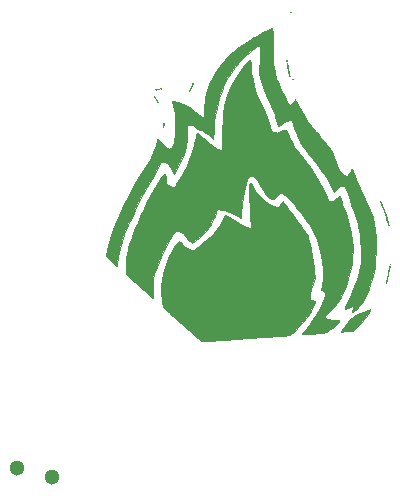
<source format=gbr>
G04 #@! TF.GenerationSoftware,KiCad,Pcbnew,(5.99.0-9526-g5c17ff0595)*
G04 #@! TF.CreationDate,2021-07-11T20:16:45-05:00*
G04 #@! TF.ProjectId,dumpsterFire,64756d70-7374-4657-9246-6972652e6b69,rev?*
G04 #@! TF.SameCoordinates,Original*
G04 #@! TF.FileFunction,Soldermask,Top*
G04 #@! TF.FilePolarity,Negative*
%FSLAX46Y46*%
G04 Gerber Fmt 4.6, Leading zero omitted, Abs format (unit mm)*
G04 Created by KiCad (PCBNEW (5.99.0-9526-g5c17ff0595)) date 2021-07-11 20:16:45*
%MOMM*%
%LPD*%
G01*
G04 APERTURE LIST*
%ADD10C,0.010000*%
%ADD11C,1.300000*%
G04 APERTURE END LIST*
D10*
X151674917Y-92658494D02*
X151744241Y-92751247D01*
X151744241Y-92751247D02*
X151819545Y-92897196D01*
X151819545Y-92897196D02*
X151944009Y-93137217D01*
X151944009Y-93137217D02*
X152087745Y-93358135D01*
X152087745Y-93358135D02*
X152267423Y-93582995D01*
X152267423Y-93582995D02*
X152491969Y-93826832D01*
X152491969Y-93826832D02*
X152851975Y-94157661D01*
X152851975Y-94157661D02*
X153212088Y-94404148D01*
X153212088Y-94404148D02*
X153572860Y-94566618D01*
X153572860Y-94566618D02*
X153867855Y-94637129D01*
X153867855Y-94637129D02*
X154064877Y-94665637D01*
X154064877Y-94665637D02*
X154134759Y-94455243D01*
X154134759Y-94455243D02*
X154206121Y-94281157D01*
X154206121Y-94281157D02*
X154279254Y-94187614D01*
X154279254Y-94187614D02*
X154357681Y-94170508D01*
X154357681Y-94170508D02*
X154374551Y-94175995D01*
X154374551Y-94175995D02*
X154416414Y-94216309D01*
X154416414Y-94216309D02*
X154500593Y-94315997D01*
X154500593Y-94315997D02*
X154620030Y-94465657D01*
X154620030Y-94465657D02*
X154767667Y-94655884D01*
X154767667Y-94655884D02*
X154936448Y-94877273D01*
X154936448Y-94877273D02*
X155119312Y-95120421D01*
X155119312Y-95120421D02*
X155309204Y-95375924D01*
X155309204Y-95375924D02*
X155499064Y-95634377D01*
X155499064Y-95634377D02*
X155681834Y-95886377D01*
X155681834Y-95886377D02*
X155850458Y-96122518D01*
X155850458Y-96122518D02*
X155997876Y-96333397D01*
X155997876Y-96333397D02*
X156041619Y-96397238D01*
X156041619Y-96397238D02*
X156196477Y-96627627D01*
X156196477Y-96627627D02*
X156314323Y-96814504D01*
X156314323Y-96814504D02*
X156404545Y-96979050D01*
X156404545Y-96979050D02*
X156476530Y-97142447D01*
X156476530Y-97142447D02*
X156539669Y-97325879D01*
X156539669Y-97325879D02*
X156603349Y-97550528D01*
X156603349Y-97550528D02*
X156672966Y-97821684D01*
X156672966Y-97821684D02*
X156877045Y-98774894D01*
X156877045Y-98774894D02*
X157007600Y-99725776D01*
X157007600Y-99725776D02*
X157036495Y-100059167D01*
X157036495Y-100059167D02*
X157080422Y-100651834D01*
X157080422Y-100651834D02*
X156909435Y-101159834D01*
X156909435Y-101159834D02*
X156781539Y-101575685D01*
X156781539Y-101575685D02*
X156701313Y-101921695D01*
X156701313Y-101921695D02*
X156668736Y-102197979D01*
X156668736Y-102197979D02*
X156678012Y-102375280D01*
X156678012Y-102375280D02*
X156703496Y-102480215D01*
X156703496Y-102480215D02*
X156751528Y-102532367D01*
X156751528Y-102532367D02*
X156850649Y-102559010D01*
X156850649Y-102559010D02*
X156874365Y-102562921D01*
X156874365Y-102562921D02*
X156986903Y-102593821D01*
X156986903Y-102593821D02*
X157058425Y-102637385D01*
X157058425Y-102637385D02*
X157066724Y-102650273D01*
X157066724Y-102650273D02*
X157064493Y-102732860D01*
X157064493Y-102732860D02*
X157024711Y-102870313D01*
X157024711Y-102870313D02*
X156954752Y-103045734D01*
X156954752Y-103045734D02*
X156861992Y-103242225D01*
X156861992Y-103242225D02*
X156753808Y-103442890D01*
X156753808Y-103442890D02*
X156640930Y-103625802D01*
X156640930Y-103625802D02*
X156353217Y-104031824D01*
X156353217Y-104031824D02*
X156033232Y-104431490D01*
X156033232Y-104431490D02*
X155664382Y-104844996D01*
X155664382Y-104844996D02*
X155478983Y-105039992D01*
X155478983Y-105039992D02*
X155309829Y-105214138D01*
X155309829Y-105214138D02*
X155185806Y-105337067D01*
X155185806Y-105337067D02*
X155093200Y-105418436D01*
X155093200Y-105418436D02*
X155018294Y-105467904D01*
X155018294Y-105467904D02*
X154947376Y-105495128D01*
X154947376Y-105495128D02*
X154866732Y-105509765D01*
X154866732Y-105509765D02*
X154801257Y-105517250D01*
X154801257Y-105517250D02*
X154721344Y-105524246D01*
X154721344Y-105524246D02*
X154563941Y-105536502D01*
X154563941Y-105536502D02*
X154336029Y-105553519D01*
X154336029Y-105553519D02*
X154044587Y-105574799D01*
X154044587Y-105574799D02*
X153696596Y-105599843D01*
X153696596Y-105599843D02*
X153299037Y-105628152D01*
X153299037Y-105628152D02*
X152858890Y-105659227D01*
X152858890Y-105659227D02*
X152383135Y-105692569D01*
X152383135Y-105692569D02*
X151878754Y-105727679D01*
X151878754Y-105727679D02*
X151352726Y-105764059D01*
X151352726Y-105764059D02*
X151215500Y-105773511D01*
X151215500Y-105773511D02*
X150686117Y-105809980D01*
X150686117Y-105809980D02*
X150177367Y-105845099D01*
X150177367Y-105845099D02*
X149696139Y-105878386D01*
X149696139Y-105878386D02*
X149249320Y-105909364D01*
X149249320Y-105909364D02*
X148843797Y-105937552D01*
X148843797Y-105937552D02*
X148486458Y-105962470D01*
X148486458Y-105962470D02*
X148184191Y-105983638D01*
X148184191Y-105983638D02*
X147943882Y-106000578D01*
X147943882Y-106000578D02*
X147772420Y-106012810D01*
X147772420Y-106012810D02*
X147676691Y-106019853D01*
X147676691Y-106019853D02*
X147664783Y-106020798D01*
X147664783Y-106020798D02*
X147458400Y-106037924D01*
X147458400Y-106037924D02*
X145845528Y-104593161D01*
X145845528Y-104593161D02*
X145483862Y-104268908D01*
X145483862Y-104268908D02*
X145180293Y-103995828D01*
X145180293Y-103995828D02*
X144929642Y-103768831D01*
X144929642Y-103768831D02*
X144726734Y-103582830D01*
X144726734Y-103582830D02*
X144566394Y-103432738D01*
X144566394Y-103432738D02*
X144443444Y-103313465D01*
X144443444Y-103313465D02*
X144352710Y-103219924D01*
X144352710Y-103219924D02*
X144289014Y-103147027D01*
X144289014Y-103147027D02*
X144247181Y-103089687D01*
X144247181Y-103089687D02*
X144222034Y-103042814D01*
X144222034Y-103042814D02*
X144208398Y-103001322D01*
X144208398Y-103001322D02*
X144204042Y-102979616D01*
X144204042Y-102979616D02*
X144189213Y-102877878D01*
X144189213Y-102877878D02*
X144167706Y-102711770D01*
X144167706Y-102711770D02*
X144141974Y-102501094D01*
X144141974Y-102501094D02*
X144114472Y-102265652D01*
X144114472Y-102265652D02*
X144102878Y-102163211D01*
X144102878Y-102163211D02*
X144075591Y-101914195D01*
X144075591Y-101914195D02*
X144058338Y-101725965D01*
X144058338Y-101725965D02*
X144051512Y-101575192D01*
X144051512Y-101575192D02*
X144055508Y-101438548D01*
X144055508Y-101438548D02*
X144070720Y-101292701D01*
X144070720Y-101292701D02*
X144097542Y-101114323D01*
X144097542Y-101114323D02*
X144123221Y-100958902D01*
X144123221Y-100958902D02*
X144269942Y-100242448D01*
X144269942Y-100242448D02*
X144462730Y-99567899D01*
X144462730Y-99567899D02*
X144698216Y-98943954D01*
X144698216Y-98943954D02*
X144973029Y-98379314D01*
X144973029Y-98379314D02*
X145283803Y-97882679D01*
X145283803Y-97882679D02*
X145348866Y-97793754D01*
X145348866Y-97793754D02*
X145465951Y-97642565D01*
X145465951Y-97642565D02*
X145552163Y-97557988D01*
X145552163Y-97557988D02*
X145625820Y-97540020D01*
X145625820Y-97540020D02*
X145705241Y-97588659D01*
X145705241Y-97588659D02*
X145808743Y-97703902D01*
X145808743Y-97703902D02*
X145880977Y-97793677D01*
X145880977Y-97793677D02*
X146069037Y-98004812D01*
X146069037Y-98004812D02*
X146248856Y-98148697D01*
X146248856Y-98148697D02*
X146439931Y-98238078D01*
X146439931Y-98238078D02*
X146626005Y-98280756D01*
X146626005Y-98280756D02*
X146705880Y-98290871D01*
X146705880Y-98290871D02*
X146772367Y-98288678D01*
X146772367Y-98288678D02*
X146840751Y-98266606D01*
X146840751Y-98266606D02*
X146926316Y-98217083D01*
X146926316Y-98217083D02*
X147044347Y-98132540D01*
X147044347Y-98132540D02*
X147210128Y-98005405D01*
X147210128Y-98005405D02*
X147260011Y-97966710D01*
X147260011Y-97966710D02*
X147757900Y-97564989D01*
X147757900Y-97564989D02*
X148182642Y-97188028D01*
X148182642Y-97188028D02*
X148539849Y-96829513D01*
X148539849Y-96829513D02*
X148835134Y-96483129D01*
X148835134Y-96483129D02*
X149074106Y-96142560D01*
X149074106Y-96142560D02*
X149262379Y-95801491D01*
X149262379Y-95801491D02*
X149340916Y-95624750D01*
X149340916Y-95624750D02*
X149406973Y-95474832D01*
X149406973Y-95474832D02*
X149466017Y-95360881D01*
X149466017Y-95360881D02*
X149508178Y-95301283D01*
X149508178Y-95301283D02*
X149517043Y-95296667D01*
X149517043Y-95296667D02*
X149565527Y-95319420D01*
X149565527Y-95319420D02*
X149669451Y-95381804D01*
X149669451Y-95381804D02*
X149814815Y-95475010D01*
X149814815Y-95475010D02*
X149987620Y-95590225D01*
X149987620Y-95590225D02*
X150038316Y-95624750D01*
X150038316Y-95624750D02*
X150376209Y-95851685D01*
X150376209Y-95851685D02*
X150658526Y-96031264D01*
X150658526Y-96031264D02*
X150895610Y-96169261D01*
X150895610Y-96169261D02*
X151097806Y-96271452D01*
X151097806Y-96271452D02*
X151275456Y-96343612D01*
X151275456Y-96343612D02*
X151389083Y-96378899D01*
X151389083Y-96378899D02*
X151529732Y-96413372D01*
X151529732Y-96413372D02*
X151635043Y-96432451D01*
X151635043Y-96432451D02*
X151681646Y-96432132D01*
X151681646Y-96432132D02*
X151686188Y-96383480D01*
X151686188Y-96383480D02*
X151680064Y-96272496D01*
X151680064Y-96272496D02*
X151664631Y-96120659D01*
X151664631Y-96120659D02*
X151659171Y-96076434D01*
X151659171Y-96076434D02*
X151645221Y-95933864D01*
X151645221Y-95933864D02*
X151630024Y-95720753D01*
X151630024Y-95720753D02*
X151614171Y-95451209D01*
X151614171Y-95451209D02*
X151598252Y-95139336D01*
X151598252Y-95139336D02*
X151582857Y-94799242D01*
X151582857Y-94799242D02*
X151568577Y-94445033D01*
X151568577Y-94445033D02*
X151556002Y-94090815D01*
X151556002Y-94090815D02*
X151545723Y-93750694D01*
X151545723Y-93750694D02*
X151538329Y-93438778D01*
X151538329Y-93438778D02*
X151534412Y-93169171D01*
X151534412Y-93169171D02*
X151533965Y-93084750D01*
X151533965Y-93084750D02*
X151534664Y-92883376D01*
X151534664Y-92883376D02*
X151539504Y-92751928D01*
X151539504Y-92751928D02*
X151551064Y-92675680D01*
X151551064Y-92675680D02*
X151571923Y-92639906D01*
X151571923Y-92639906D02*
X151604662Y-92629880D01*
X151604662Y-92629880D02*
X151613677Y-92629667D01*
X151613677Y-92629667D02*
X151674917Y-92658494D01*
X151674917Y-92658494D02*
X151674917Y-92658494D01*
G36*
X151674917Y-92658494D02*
G01*
X151744241Y-92751247D01*
X151819545Y-92897196D01*
X151944009Y-93137217D01*
X152087745Y-93358135D01*
X152267423Y-93582995D01*
X152491969Y-93826832D01*
X152851975Y-94157661D01*
X153212088Y-94404148D01*
X153572860Y-94566618D01*
X153867855Y-94637129D01*
X154064877Y-94665637D01*
X154134759Y-94455243D01*
X154206121Y-94281157D01*
X154279254Y-94187614D01*
X154357681Y-94170508D01*
X154374551Y-94175995D01*
X154416414Y-94216309D01*
X154500593Y-94315997D01*
X154620030Y-94465657D01*
X154767667Y-94655884D01*
X154936448Y-94877273D01*
X155119312Y-95120421D01*
X155309204Y-95375924D01*
X155499064Y-95634377D01*
X155681834Y-95886377D01*
X155850458Y-96122518D01*
X155997876Y-96333397D01*
X156041619Y-96397238D01*
X156196477Y-96627627D01*
X156314323Y-96814504D01*
X156404545Y-96979050D01*
X156476530Y-97142447D01*
X156539669Y-97325879D01*
X156603349Y-97550528D01*
X156672966Y-97821684D01*
X156877045Y-98774894D01*
X157007600Y-99725776D01*
X157036495Y-100059167D01*
X157080422Y-100651834D01*
X156909435Y-101159834D01*
X156781539Y-101575685D01*
X156701313Y-101921695D01*
X156668736Y-102197979D01*
X156678012Y-102375280D01*
X156703496Y-102480215D01*
X156751528Y-102532367D01*
X156850649Y-102559010D01*
X156874365Y-102562921D01*
X156986903Y-102593821D01*
X157058425Y-102637385D01*
X157066724Y-102650273D01*
X157064493Y-102732860D01*
X157024711Y-102870313D01*
X156954752Y-103045734D01*
X156861992Y-103242225D01*
X156753808Y-103442890D01*
X156640930Y-103625802D01*
X156353217Y-104031824D01*
X156033232Y-104431490D01*
X155664382Y-104844996D01*
X155478983Y-105039992D01*
X155309829Y-105214138D01*
X155185806Y-105337067D01*
X155093200Y-105418436D01*
X155018294Y-105467904D01*
X154947376Y-105495128D01*
X154866732Y-105509765D01*
X154801257Y-105517250D01*
X154721344Y-105524246D01*
X154563941Y-105536502D01*
X154336029Y-105553519D01*
X154044587Y-105574799D01*
X153696596Y-105599843D01*
X153299037Y-105628152D01*
X152858890Y-105659227D01*
X152383135Y-105692569D01*
X151878754Y-105727679D01*
X151352726Y-105764059D01*
X151215500Y-105773511D01*
X150686117Y-105809980D01*
X150177367Y-105845099D01*
X149696139Y-105878386D01*
X149249320Y-105909364D01*
X148843797Y-105937552D01*
X148486458Y-105962470D01*
X148184191Y-105983638D01*
X147943882Y-106000578D01*
X147772420Y-106012810D01*
X147676691Y-106019853D01*
X147664783Y-106020798D01*
X147458400Y-106037924D01*
X145845528Y-104593161D01*
X145483862Y-104268908D01*
X145180293Y-103995828D01*
X144929642Y-103768831D01*
X144726734Y-103582830D01*
X144566394Y-103432738D01*
X144443444Y-103313465D01*
X144352710Y-103219924D01*
X144289014Y-103147027D01*
X144247181Y-103089687D01*
X144222034Y-103042814D01*
X144208398Y-103001322D01*
X144204042Y-102979616D01*
X144189213Y-102877878D01*
X144167706Y-102711770D01*
X144141974Y-102501094D01*
X144114472Y-102265652D01*
X144102878Y-102163211D01*
X144075591Y-101914195D01*
X144058338Y-101725965D01*
X144051512Y-101575192D01*
X144055508Y-101438548D01*
X144070720Y-101292701D01*
X144097542Y-101114323D01*
X144123221Y-100958902D01*
X144269942Y-100242448D01*
X144462730Y-99567899D01*
X144698216Y-98943954D01*
X144973029Y-98379314D01*
X145283803Y-97882679D01*
X145348866Y-97793754D01*
X145465951Y-97642565D01*
X145552163Y-97557988D01*
X145625820Y-97540020D01*
X145705241Y-97588659D01*
X145808743Y-97703902D01*
X145880977Y-97793677D01*
X146069037Y-98004812D01*
X146248856Y-98148697D01*
X146439931Y-98238078D01*
X146626005Y-98280756D01*
X146705880Y-98290871D01*
X146772367Y-98288678D01*
X146840751Y-98266606D01*
X146926316Y-98217083D01*
X147044347Y-98132540D01*
X147210128Y-98005405D01*
X147260011Y-97966710D01*
X147757900Y-97564989D01*
X148182642Y-97188028D01*
X148539849Y-96829513D01*
X148835134Y-96483129D01*
X149074106Y-96142560D01*
X149262379Y-95801491D01*
X149340916Y-95624750D01*
X149406973Y-95474832D01*
X149466017Y-95360881D01*
X149508178Y-95301283D01*
X149517043Y-95296667D01*
X149565527Y-95319420D01*
X149669451Y-95381804D01*
X149814815Y-95475010D01*
X149987620Y-95590225D01*
X150038316Y-95624750D01*
X150376209Y-95851685D01*
X150658526Y-96031264D01*
X150895610Y-96169261D01*
X151097806Y-96271452D01*
X151275456Y-96343612D01*
X151389083Y-96378899D01*
X151529732Y-96413372D01*
X151635043Y-96432451D01*
X151681646Y-96432132D01*
X151686188Y-96383480D01*
X151680064Y-96272496D01*
X151664631Y-96120659D01*
X151659171Y-96076434D01*
X151645221Y-95933864D01*
X151630024Y-95720753D01*
X151614171Y-95451209D01*
X151598252Y-95139336D01*
X151582857Y-94799242D01*
X151568577Y-94445033D01*
X151556002Y-94090815D01*
X151545723Y-93750694D01*
X151538329Y-93438778D01*
X151534412Y-93169171D01*
X151533965Y-93084750D01*
X151534664Y-92883376D01*
X151539504Y-92751928D01*
X151551064Y-92675680D01*
X151571923Y-92639906D01*
X151604662Y-92629880D01*
X151613677Y-92629667D01*
X151674917Y-92658494D01*
G37*
X151674917Y-92658494D02*
X151744241Y-92751247D01*
X151819545Y-92897196D01*
X151944009Y-93137217D01*
X152087745Y-93358135D01*
X152267423Y-93582995D01*
X152491969Y-93826832D01*
X152851975Y-94157661D01*
X153212088Y-94404148D01*
X153572860Y-94566618D01*
X153867855Y-94637129D01*
X154064877Y-94665637D01*
X154134759Y-94455243D01*
X154206121Y-94281157D01*
X154279254Y-94187614D01*
X154357681Y-94170508D01*
X154374551Y-94175995D01*
X154416414Y-94216309D01*
X154500593Y-94315997D01*
X154620030Y-94465657D01*
X154767667Y-94655884D01*
X154936448Y-94877273D01*
X155119312Y-95120421D01*
X155309204Y-95375924D01*
X155499064Y-95634377D01*
X155681834Y-95886377D01*
X155850458Y-96122518D01*
X155997876Y-96333397D01*
X156041619Y-96397238D01*
X156196477Y-96627627D01*
X156314323Y-96814504D01*
X156404545Y-96979050D01*
X156476530Y-97142447D01*
X156539669Y-97325879D01*
X156603349Y-97550528D01*
X156672966Y-97821684D01*
X156877045Y-98774894D01*
X157007600Y-99725776D01*
X157036495Y-100059167D01*
X157080422Y-100651834D01*
X156909435Y-101159834D01*
X156781539Y-101575685D01*
X156701313Y-101921695D01*
X156668736Y-102197979D01*
X156678012Y-102375280D01*
X156703496Y-102480215D01*
X156751528Y-102532367D01*
X156850649Y-102559010D01*
X156874365Y-102562921D01*
X156986903Y-102593821D01*
X157058425Y-102637385D01*
X157066724Y-102650273D01*
X157064493Y-102732860D01*
X157024711Y-102870313D01*
X156954752Y-103045734D01*
X156861992Y-103242225D01*
X156753808Y-103442890D01*
X156640930Y-103625802D01*
X156353217Y-104031824D01*
X156033232Y-104431490D01*
X155664382Y-104844996D01*
X155478983Y-105039992D01*
X155309829Y-105214138D01*
X155185806Y-105337067D01*
X155093200Y-105418436D01*
X155018294Y-105467904D01*
X154947376Y-105495128D01*
X154866732Y-105509765D01*
X154801257Y-105517250D01*
X154721344Y-105524246D01*
X154563941Y-105536502D01*
X154336029Y-105553519D01*
X154044587Y-105574799D01*
X153696596Y-105599843D01*
X153299037Y-105628152D01*
X152858890Y-105659227D01*
X152383135Y-105692569D01*
X151878754Y-105727679D01*
X151352726Y-105764059D01*
X151215500Y-105773511D01*
X150686117Y-105809980D01*
X150177367Y-105845099D01*
X149696139Y-105878386D01*
X149249320Y-105909364D01*
X148843797Y-105937552D01*
X148486458Y-105962470D01*
X148184191Y-105983638D01*
X147943882Y-106000578D01*
X147772420Y-106012810D01*
X147676691Y-106019853D01*
X147664783Y-106020798D01*
X147458400Y-106037924D01*
X145845528Y-104593161D01*
X145483862Y-104268908D01*
X145180293Y-103995828D01*
X144929642Y-103768831D01*
X144726734Y-103582830D01*
X144566394Y-103432738D01*
X144443444Y-103313465D01*
X144352710Y-103219924D01*
X144289014Y-103147027D01*
X144247181Y-103089687D01*
X144222034Y-103042814D01*
X144208398Y-103001322D01*
X144204042Y-102979616D01*
X144189213Y-102877878D01*
X144167706Y-102711770D01*
X144141974Y-102501094D01*
X144114472Y-102265652D01*
X144102878Y-102163211D01*
X144075591Y-101914195D01*
X144058338Y-101725965D01*
X144051512Y-101575192D01*
X144055508Y-101438548D01*
X144070720Y-101292701D01*
X144097542Y-101114323D01*
X144123221Y-100958902D01*
X144269942Y-100242448D01*
X144462730Y-99567899D01*
X144698216Y-98943954D01*
X144973029Y-98379314D01*
X145283803Y-97882679D01*
X145348866Y-97793754D01*
X145465951Y-97642565D01*
X145552163Y-97557988D01*
X145625820Y-97540020D01*
X145705241Y-97588659D01*
X145808743Y-97703902D01*
X145880977Y-97793677D01*
X146069037Y-98004812D01*
X146248856Y-98148697D01*
X146439931Y-98238078D01*
X146626005Y-98280756D01*
X146705880Y-98290871D01*
X146772367Y-98288678D01*
X146840751Y-98266606D01*
X146926316Y-98217083D01*
X147044347Y-98132540D01*
X147210128Y-98005405D01*
X147260011Y-97966710D01*
X147757900Y-97564989D01*
X148182642Y-97188028D01*
X148539849Y-96829513D01*
X148835134Y-96483129D01*
X149074106Y-96142560D01*
X149262379Y-95801491D01*
X149340916Y-95624750D01*
X149406973Y-95474832D01*
X149466017Y-95360881D01*
X149508178Y-95301283D01*
X149517043Y-95296667D01*
X149565527Y-95319420D01*
X149669451Y-95381804D01*
X149814815Y-95475010D01*
X149987620Y-95590225D01*
X150038316Y-95624750D01*
X150376209Y-95851685D01*
X150658526Y-96031264D01*
X150895610Y-96169261D01*
X151097806Y-96271452D01*
X151275456Y-96343612D01*
X151389083Y-96378899D01*
X151529732Y-96413372D01*
X151635043Y-96432451D01*
X151681646Y-96432132D01*
X151686188Y-96383480D01*
X151680064Y-96272496D01*
X151664631Y-96120659D01*
X151659171Y-96076434D01*
X151645221Y-95933864D01*
X151630024Y-95720753D01*
X151614171Y-95451209D01*
X151598252Y-95139336D01*
X151582857Y-94799242D01*
X151568577Y-94445033D01*
X151556002Y-94090815D01*
X151545723Y-93750694D01*
X151538329Y-93438778D01*
X151534412Y-93169171D01*
X151533965Y-93084750D01*
X151534664Y-92883376D01*
X151539504Y-92751928D01*
X151551064Y-92675680D01*
X151571923Y-92639906D01*
X151604662Y-92629880D01*
X151613677Y-92629667D01*
X151674917Y-92658494D01*
X151631256Y-82258730D02*
X151650437Y-82362214D01*
X151650437Y-82362214D02*
X151664136Y-82535386D01*
X151664136Y-82535386D02*
X151677274Y-82766000D01*
X151677274Y-82766000D02*
X151727711Y-83299399D01*
X151727711Y-83299399D02*
X151820827Y-83834198D01*
X151820827Y-83834198D02*
X151960156Y-84382997D01*
X151960156Y-84382997D02*
X152149232Y-84958398D01*
X152149232Y-84958398D02*
X152391588Y-85573001D01*
X152391588Y-85573001D02*
X152591334Y-86025667D01*
X152591334Y-86025667D02*
X152830411Y-86572190D01*
X152830411Y-86572190D02*
X153022348Y-87066879D01*
X153022348Y-87066879D02*
X153172523Y-87524311D01*
X153172523Y-87524311D02*
X153253212Y-87820243D01*
X153253212Y-87820243D02*
X153362124Y-88256821D01*
X153362124Y-88256821D02*
X153572625Y-88305411D01*
X153572625Y-88305411D02*
X153752147Y-88341144D01*
X153752147Y-88341144D02*
X153887898Y-88347031D01*
X153887898Y-88347031D02*
X154015413Y-88318775D01*
X154015413Y-88318775D02*
X154170227Y-88252081D01*
X154170227Y-88252081D02*
X154221167Y-88227000D01*
X154221167Y-88227000D02*
X154405253Y-88141560D01*
X154405253Y-88141560D02*
X154534677Y-88104295D01*
X154534677Y-88104295D02*
X154626763Y-88118814D01*
X154626763Y-88118814D02*
X154698837Y-88188727D01*
X154698837Y-88188727D02*
X154768226Y-88317643D01*
X154768226Y-88317643D02*
X154779980Y-88343417D01*
X154779980Y-88343417D02*
X154941492Y-88694767D01*
X154941492Y-88694767D02*
X155096117Y-89017266D01*
X155096117Y-89017266D02*
X155238868Y-89301302D01*
X155238868Y-89301302D02*
X155364760Y-89537263D01*
X155364760Y-89537263D02*
X155468807Y-89715535D01*
X155468807Y-89715535D02*
X155546023Y-89826506D01*
X155546023Y-89826506D02*
X155553992Y-89835667D01*
X155553992Y-89835667D02*
X156205344Y-90598787D01*
X156205344Y-90598787D02*
X156778936Y-91367842D01*
X156778936Y-91367842D02*
X157281549Y-92153415D01*
X157281549Y-92153415D02*
X157719960Y-92966091D01*
X157719960Y-92966091D02*
X158096054Y-93804417D01*
X158096054Y-93804417D02*
X158238322Y-94153667D01*
X158238322Y-94153667D02*
X158441771Y-94153667D01*
X158441771Y-94153667D02*
X158568040Y-94146933D01*
X158568040Y-94146933D02*
X158657018Y-94115510D01*
X158657018Y-94115510D02*
X158743809Y-94042568D01*
X158743809Y-94042568D02*
X158800679Y-93981593D01*
X158800679Y-93981593D02*
X158927460Y-93858069D01*
X158927460Y-93858069D02*
X159052326Y-93764640D01*
X159052326Y-93764640D02*
X159158302Y-93711639D01*
X159158302Y-93711639D02*
X159228409Y-93709397D01*
X159228409Y-93709397D02*
X159236812Y-93716148D01*
X159236812Y-93716148D02*
X159260529Y-93773452D01*
X159260529Y-93773452D02*
X159291421Y-93888586D01*
X159291421Y-93888586D02*
X159320810Y-94026667D01*
X159320810Y-94026667D02*
X159359310Y-94187052D01*
X159359310Y-94187052D02*
X159420129Y-94393432D01*
X159420129Y-94393432D02*
X159493370Y-94613506D01*
X159493370Y-94613506D02*
X159538079Y-94735844D01*
X159538079Y-94735844D02*
X159783628Y-95438309D01*
X159783628Y-95438309D02*
X159984384Y-96132686D01*
X159984384Y-96132686D02*
X160137681Y-96806531D01*
X160137681Y-96806531D02*
X160240851Y-97447396D01*
X160240851Y-97447396D02*
X160291226Y-98042836D01*
X160291226Y-98042836D02*
X160296000Y-98272146D01*
X160296000Y-98272146D02*
X160274065Y-98879861D01*
X160274065Y-98879861D02*
X160206083Y-99475981D01*
X160206083Y-99475981D02*
X160088786Y-100074354D01*
X160088786Y-100074354D02*
X159918910Y-100688830D01*
X159918910Y-100688830D02*
X159693188Y-101333255D01*
X159693188Y-101333255D02*
X159415568Y-102005114D01*
X159415568Y-102005114D02*
X159309131Y-102244585D01*
X159309131Y-102244585D02*
X159224717Y-102424043D01*
X159224717Y-102424043D02*
X159150961Y-102561285D01*
X159150961Y-102561285D02*
X159076500Y-102674105D01*
X159076500Y-102674105D02*
X158989968Y-102780297D01*
X158989968Y-102780297D02*
X158880003Y-102897656D01*
X158880003Y-102897656D02*
X158782395Y-102996587D01*
X158782395Y-102996587D02*
X158607637Y-103175337D01*
X158607637Y-103175337D02*
X158422276Y-103369784D01*
X158422276Y-103369784D02*
X158253310Y-103551402D01*
X158253310Y-103551402D02*
X158167402Y-103646427D01*
X158167402Y-103646427D02*
X157905441Y-103941179D01*
X157905441Y-103941179D02*
X158003442Y-104020535D01*
X158003442Y-104020535D02*
X158140116Y-104101225D01*
X158140116Y-104101225D02*
X158322618Y-104153734D01*
X158322618Y-104153734D02*
X158564345Y-104180925D01*
X158564345Y-104180925D02*
X158780085Y-104186431D01*
X158780085Y-104186431D02*
X158947787Y-104190065D01*
X158947787Y-104190065D02*
X159080507Y-104199566D01*
X159080507Y-104199566D02*
X159157591Y-104213177D01*
X159157591Y-104213177D02*
X159168266Y-104219452D01*
X159168266Y-104219452D02*
X159160124Y-104280489D01*
X159160124Y-104280489D02*
X159098364Y-104380260D01*
X159098364Y-104380260D02*
X158995527Y-104504671D01*
X158995527Y-104504671D02*
X158864154Y-104639622D01*
X158864154Y-104639622D02*
X158716788Y-104771019D01*
X158716788Y-104771019D02*
X158592876Y-104866177D01*
X158592876Y-104866177D02*
X158391431Y-105006245D01*
X158391431Y-105006245D02*
X158223577Y-105113979D01*
X158223577Y-105113979D02*
X158072694Y-105194469D01*
X158072694Y-105194469D02*
X157922163Y-105252806D01*
X157922163Y-105252806D02*
X157755363Y-105294077D01*
X157755363Y-105294077D02*
X157555674Y-105323375D01*
X157555674Y-105323375D02*
X157306477Y-105345787D01*
X157306477Y-105345787D02*
X156991151Y-105366404D01*
X156991151Y-105366404D02*
X156951667Y-105368784D01*
X156951667Y-105368784D02*
X156684530Y-105385712D01*
X156684530Y-105385712D02*
X156442425Y-105402719D01*
X156442425Y-105402719D02*
X156239493Y-105418678D01*
X156239493Y-105418678D02*
X156089874Y-105432462D01*
X156089874Y-105432462D02*
X156007709Y-105442945D01*
X156007709Y-105442945D02*
X156000397Y-105444607D01*
X156000397Y-105444607D02*
X155987979Y-105428141D01*
X155987979Y-105428141D02*
X156031444Y-105359393D01*
X156031444Y-105359393D02*
X156125975Y-105245107D01*
X156125975Y-105245107D02*
X156206969Y-105155572D01*
X156206969Y-105155572D02*
X156449013Y-104872067D01*
X156449013Y-104872067D02*
X156702677Y-104535005D01*
X156702677Y-104535005D02*
X156957537Y-104161559D01*
X156957537Y-104161559D02*
X157203167Y-103768905D01*
X157203167Y-103768905D02*
X157429143Y-103374215D01*
X157429143Y-103374215D02*
X157625041Y-102994665D01*
X157625041Y-102994665D02*
X157780437Y-102647429D01*
X157780437Y-102647429D02*
X157859389Y-102433226D01*
X157859389Y-102433226D02*
X157930246Y-102196213D01*
X157930246Y-102196213D02*
X157963038Y-102023674D01*
X157963038Y-102023674D02*
X157955737Y-101903467D01*
X157955737Y-101903467D02*
X157906316Y-101823450D01*
X157906316Y-101823450D02*
X157812746Y-101771481D01*
X157812746Y-101771481D02*
X157745505Y-101751396D01*
X157745505Y-101751396D02*
X157662383Y-101714838D01*
X157662383Y-101714838D02*
X157645547Y-101651462D01*
X157645547Y-101651462D02*
X157648943Y-101631576D01*
X157648943Y-101631576D02*
X157684653Y-101429902D01*
X157684653Y-101429902D02*
X157719884Y-101171326D01*
X157719884Y-101171326D02*
X157751383Y-100883568D01*
X157751383Y-100883568D02*
X157775899Y-100594349D01*
X157775899Y-100594349D02*
X157782527Y-100492881D01*
X157782527Y-100492881D02*
X157784964Y-99916951D01*
X157784964Y-99916951D02*
X157729810Y-99307964D01*
X157729810Y-99307964D02*
X157621775Y-98683188D01*
X157621775Y-98683188D02*
X157465569Y-98059892D01*
X157465569Y-98059892D02*
X157265902Y-97455345D01*
X157265902Y-97455345D02*
X157027484Y-96886814D01*
X157027484Y-96886814D02*
X156755024Y-96371569D01*
X156755024Y-96371569D02*
X156586930Y-96109260D01*
X156586930Y-96109260D02*
X156248360Y-95628932D01*
X156248360Y-95628932D02*
X155921456Y-95184715D01*
X155921456Y-95184715D02*
X155609987Y-94780867D01*
X155609987Y-94780867D02*
X155317724Y-94421648D01*
X155317724Y-94421648D02*
X155048436Y-94111318D01*
X155048436Y-94111318D02*
X154805892Y-93854136D01*
X154805892Y-93854136D02*
X154593864Y-93654361D01*
X154593864Y-93654361D02*
X154416121Y-93516253D01*
X154416121Y-93516253D02*
X154276432Y-93444071D01*
X154276432Y-93444071D02*
X154219112Y-93434000D01*
X154219112Y-93434000D02*
X154159172Y-93462777D01*
X154159172Y-93462777D02*
X154059184Y-93539771D01*
X154059184Y-93539771D02*
X153936517Y-93650976D01*
X153936517Y-93650976D02*
X153877842Y-93709167D01*
X153877842Y-93709167D02*
X153719936Y-93860185D01*
X153719936Y-93860185D02*
X153595201Y-93949490D01*
X153595201Y-93949490D02*
X153486131Y-93983197D01*
X153486131Y-93983197D02*
X153375222Y-93967420D01*
X153375222Y-93967420D02*
X153269937Y-93921490D01*
X153269937Y-93921490D02*
X153156364Y-93841934D01*
X153156364Y-93841934D02*
X153034930Y-93713563D01*
X153034930Y-93713563D02*
X152900273Y-93528951D01*
X152900273Y-93528951D02*
X152747033Y-93280675D01*
X152747033Y-93280675D02*
X152569848Y-92961311D01*
X152569848Y-92961311D02*
X152551043Y-92926000D01*
X152551043Y-92926000D02*
X152374657Y-92609760D01*
X152374657Y-92609760D02*
X152219240Y-92367405D01*
X152219240Y-92367405D02*
X152079377Y-92192369D01*
X152079377Y-92192369D02*
X151949657Y-92078086D01*
X151949657Y-92078086D02*
X151824666Y-92017989D01*
X151824666Y-92017989D02*
X151797084Y-92011351D01*
X151797084Y-92011351D02*
X151703766Y-92002808D01*
X151703766Y-92002808D02*
X151628506Y-92031275D01*
X151628506Y-92031275D02*
X151539810Y-92110552D01*
X151539810Y-92110552D02*
X151517574Y-92133840D01*
X151517574Y-92133840D02*
X151382465Y-92321369D01*
X151382465Y-92321369D02*
X151262607Y-92582146D01*
X151262607Y-92582146D02*
X151157639Y-92917867D01*
X151157639Y-92917867D02*
X151067194Y-93330230D01*
X151067194Y-93330230D02*
X150990910Y-93820932D01*
X150990910Y-93820932D02*
X150928423Y-94391671D01*
X150928423Y-94391671D02*
X150879369Y-95044145D01*
X150879369Y-95044145D02*
X150873797Y-95137888D01*
X150873797Y-95137888D02*
X150847523Y-95592943D01*
X150847523Y-95592943D02*
X150671678Y-95485071D01*
X150671678Y-95485071D02*
X150233874Y-95241466D01*
X150233874Y-95241466D02*
X149814523Y-95062012D01*
X149814523Y-95062012D02*
X149390697Y-94936999D01*
X149390697Y-94936999D02*
X149362183Y-94930466D01*
X149362183Y-94930466D02*
X149170933Y-94890194D01*
X149170933Y-94890194D02*
X149007631Y-94861025D01*
X149007631Y-94861025D02*
X148891339Y-94846038D01*
X148891339Y-94846038D02*
X148843663Y-94846758D01*
X148843663Y-94846758D02*
X148798279Y-94898980D01*
X148798279Y-94898980D02*
X148760931Y-94998023D01*
X148760931Y-94998023D02*
X148758612Y-95008056D01*
X148758612Y-95008056D02*
X148710440Y-95170019D01*
X148710440Y-95170019D02*
X148629313Y-95382536D01*
X148629313Y-95382536D02*
X148525517Y-95623372D01*
X148525517Y-95623372D02*
X148409341Y-95870290D01*
X148409341Y-95870290D02*
X148291071Y-96101056D01*
X148291071Y-96101056D02*
X148180996Y-96293433D01*
X148180996Y-96293433D02*
X148123572Y-96380612D01*
X148123572Y-96380612D02*
X147775214Y-96801771D01*
X147775214Y-96801771D02*
X147350461Y-97197673D01*
X147350461Y-97197673D02*
X147025308Y-97446476D01*
X147025308Y-97446476D02*
X146649921Y-97712451D01*
X146649921Y-97712451D02*
X146484920Y-97552309D01*
X146484920Y-97552309D02*
X146377454Y-97440926D01*
X146377454Y-97440926D02*
X146243424Y-97292110D01*
X146243424Y-97292110D02*
X146108797Y-97134832D01*
X146108797Y-97134832D02*
X146086125Y-97107396D01*
X146086125Y-97107396D02*
X145893144Y-96892351D01*
X145893144Y-96892351D02*
X145723675Y-96749042D01*
X145723675Y-96749042D02*
X145568661Y-96671055D01*
X145568661Y-96671055D02*
X145442307Y-96651334D01*
X145442307Y-96651334D02*
X145366413Y-96659074D01*
X145366413Y-96659074D02*
X145297891Y-96689454D01*
X145297891Y-96689454D02*
X145226647Y-96753214D01*
X145226647Y-96753214D02*
X145142589Y-96861093D01*
X145142589Y-96861093D02*
X145035624Y-97023831D01*
X145035624Y-97023831D02*
X144928209Y-97198376D01*
X144928209Y-97198376D02*
X144422543Y-98100597D01*
X144422543Y-98100597D02*
X143991381Y-99020677D01*
X143991381Y-99020677D02*
X143624649Y-99980331D01*
X143624649Y-99980331D02*
X143589901Y-100082985D01*
X143589901Y-100082985D02*
X143385409Y-100694167D01*
X143385409Y-100694167D02*
X143384621Y-101530261D01*
X143384621Y-101530261D02*
X143383087Y-101785047D01*
X143383087Y-101785047D02*
X143379267Y-102007463D01*
X143379267Y-102007463D02*
X143373583Y-102184972D01*
X143373583Y-102184972D02*
X143366458Y-102305034D01*
X143366458Y-102305034D02*
X143358313Y-102355113D01*
X143358313Y-102355113D02*
X143356849Y-102355761D01*
X143356849Y-102355761D02*
X143320165Y-102326001D01*
X143320165Y-102326001D02*
X143227804Y-102246051D01*
X143227804Y-102246051D02*
X143087035Y-102122347D01*
X143087035Y-102122347D02*
X142905127Y-101961321D01*
X142905127Y-101961321D02*
X142689351Y-101769407D01*
X142689351Y-101769407D02*
X142446976Y-101553040D01*
X142446976Y-101553040D02*
X142203265Y-101334793D01*
X142203265Y-101334793D02*
X141076667Y-100324418D01*
X141076667Y-100324418D02*
X141076667Y-99851368D01*
X141076667Y-99851368D02*
X141088837Y-99474165D01*
X141088837Y-99474165D02*
X141122808Y-99064726D01*
X141122808Y-99064726D02*
X141174768Y-98655116D01*
X141174768Y-98655116D02*
X141240908Y-98277400D01*
X141240908Y-98277400D02*
X141288462Y-98068997D01*
X141288462Y-98068997D02*
X141350576Y-97859396D01*
X141350576Y-97859396D02*
X141446196Y-97582186D01*
X141446196Y-97582186D02*
X141571926Y-97245960D01*
X141571926Y-97245960D02*
X141724372Y-96859313D01*
X141724372Y-96859313D02*
X141900136Y-96430836D01*
X141900136Y-96430836D02*
X142095825Y-95969124D01*
X142095825Y-95969124D02*
X142308042Y-95482768D01*
X142308042Y-95482768D02*
X142329951Y-95433314D01*
X142329951Y-95433314D02*
X142545320Y-94952976D01*
X142545320Y-94952976D02*
X142736941Y-94537802D01*
X142736941Y-94537802D02*
X142911792Y-94174061D01*
X142911792Y-94174061D02*
X143076849Y-93848023D01*
X143076849Y-93848023D02*
X143239090Y-93545956D01*
X143239090Y-93545956D02*
X143405494Y-93254132D01*
X143405494Y-93254132D02*
X143583037Y-92958818D01*
X143583037Y-92958818D02*
X143608133Y-92918105D01*
X143608133Y-92918105D02*
X143745477Y-92694615D01*
X143745477Y-92694615D02*
X143878514Y-92475853D01*
X143878514Y-92475853D02*
X143995854Y-92280707D01*
X143995854Y-92280707D02*
X144086109Y-92128067D01*
X144086109Y-92128067D02*
X144120262Y-92068750D01*
X144120262Y-92068750D02*
X144222901Y-91910664D01*
X144222901Y-91910664D02*
X144306414Y-91833752D01*
X144306414Y-91833752D02*
X144338634Y-91825334D01*
X144338634Y-91825334D02*
X144384240Y-91833914D01*
X144384240Y-91833914D02*
X144416981Y-91869052D01*
X144416981Y-91869052D02*
X144441128Y-91944842D01*
X144441128Y-91944842D02*
X144460950Y-92075380D01*
X144460950Y-92075380D02*
X144480718Y-92274760D01*
X144480718Y-92274760D02*
X144483147Y-92302352D01*
X144483147Y-92302352D02*
X144502966Y-92465951D01*
X144502966Y-92465951D02*
X144529840Y-92608634D01*
X144529840Y-92608634D02*
X144555007Y-92691639D01*
X144555007Y-92691639D02*
X144639914Y-92786680D01*
X144639914Y-92786680D02*
X144796684Y-92871010D01*
X144796684Y-92871010D02*
X145012612Y-92938031D01*
X145012612Y-92938031D02*
X145042056Y-92944632D01*
X145042056Y-92944632D02*
X145115641Y-92955169D01*
X145115641Y-92955169D02*
X145172218Y-92939564D01*
X145172218Y-92939564D02*
X145230641Y-92884177D01*
X145230641Y-92884177D02*
X145309767Y-92775372D01*
X145309767Y-92775372D02*
X145342204Y-92727542D01*
X145342204Y-92727542D02*
X145824777Y-91959284D01*
X145824777Y-91959284D02*
X146229933Y-91201113D01*
X146229933Y-91201113D02*
X146556609Y-90455549D01*
X146556609Y-90455549D02*
X146803744Y-89725109D01*
X146803744Y-89725109D02*
X146970275Y-89012312D01*
X146970275Y-89012312D02*
X147007749Y-88778654D01*
X147007749Y-88778654D02*
X147036260Y-88610068D01*
X147036260Y-88610068D02*
X147067190Y-88479765D01*
X147067190Y-88479765D02*
X147095742Y-88406143D01*
X147095742Y-88406143D02*
X147107450Y-88396334D01*
X147107450Y-88396334D02*
X147151740Y-88422410D01*
X147151740Y-88422410D02*
X147250844Y-88495503D01*
X147250844Y-88495503D02*
X147394969Y-88607906D01*
X147394969Y-88607906D02*
X147574323Y-88751913D01*
X147574323Y-88751913D02*
X147779113Y-88919818D01*
X147779113Y-88919818D02*
X147893103Y-89014597D01*
X147893103Y-89014597D02*
X148170281Y-89244330D01*
X148170281Y-89244330D02*
X148393772Y-89424430D01*
X148393772Y-89424430D02*
X148573320Y-89561346D01*
X148573320Y-89561346D02*
X148718669Y-89661528D01*
X148718669Y-89661528D02*
X148839561Y-89731425D01*
X148839561Y-89731425D02*
X148945740Y-89777486D01*
X148945740Y-89777486D02*
X149046949Y-89806159D01*
X149046949Y-89806159D02*
X149105532Y-89817097D01*
X149105532Y-89817097D02*
X149268167Y-89843103D01*
X149268167Y-89843103D02*
X149268167Y-88452968D01*
X149268167Y-88452968D02*
X149270101Y-87978796D01*
X149270101Y-87978796D02*
X149276941Y-87574968D01*
X149276941Y-87574968D02*
X149290244Y-87227230D01*
X149290244Y-87227230D02*
X149311565Y-86921325D01*
X149311565Y-86921325D02*
X149342462Y-86642997D01*
X149342462Y-86642997D02*
X149384491Y-86377992D01*
X149384491Y-86377992D02*
X149439208Y-86112054D01*
X149439208Y-86112054D02*
X149508171Y-85830926D01*
X149508171Y-85830926D02*
X149585467Y-85546859D01*
X149585467Y-85546859D02*
X149779468Y-84959446D01*
X149779468Y-84959446D02*
X150027251Y-84375324D01*
X150027251Y-84375324D02*
X150319646Y-83810644D01*
X150319646Y-83810644D02*
X150647479Y-83281560D01*
X150647479Y-83281560D02*
X151001578Y-82804222D01*
X151001578Y-82804222D02*
X151372770Y-82394784D01*
X151372770Y-82394784D02*
X151378771Y-82388900D01*
X151378771Y-82388900D02*
X151480350Y-82290019D01*
X151480350Y-82290019D02*
X151552259Y-82230271D01*
X151552259Y-82230271D02*
X151600545Y-82217296D01*
X151600545Y-82217296D02*
X151631256Y-82258730D01*
X151631256Y-82258730D02*
X151631256Y-82258730D01*
G36*
X151631256Y-82258730D02*
G01*
X151650437Y-82362214D01*
X151664136Y-82535386D01*
X151677274Y-82766000D01*
X151727711Y-83299399D01*
X151820827Y-83834198D01*
X151960156Y-84382997D01*
X152149232Y-84958398D01*
X152391588Y-85573001D01*
X152591334Y-86025667D01*
X152830411Y-86572190D01*
X153022348Y-87066879D01*
X153172523Y-87524311D01*
X153253212Y-87820243D01*
X153362124Y-88256821D01*
X153572625Y-88305411D01*
X153752147Y-88341144D01*
X153887898Y-88347031D01*
X154015413Y-88318775D01*
X154170227Y-88252081D01*
X154221167Y-88227000D01*
X154405253Y-88141560D01*
X154534677Y-88104295D01*
X154626763Y-88118814D01*
X154698837Y-88188727D01*
X154768226Y-88317643D01*
X154779980Y-88343417D01*
X154941492Y-88694767D01*
X155096117Y-89017266D01*
X155238868Y-89301302D01*
X155364760Y-89537263D01*
X155468807Y-89715535D01*
X155546023Y-89826506D01*
X155553992Y-89835667D01*
X156205344Y-90598787D01*
X156778936Y-91367842D01*
X157281549Y-92153415D01*
X157719960Y-92966091D01*
X158096054Y-93804417D01*
X158238322Y-94153667D01*
X158441771Y-94153667D01*
X158568040Y-94146933D01*
X158657018Y-94115510D01*
X158743809Y-94042568D01*
X158800679Y-93981593D01*
X158927460Y-93858069D01*
X159052326Y-93764640D01*
X159158302Y-93711639D01*
X159228409Y-93709397D01*
X159236812Y-93716148D01*
X159260529Y-93773452D01*
X159291421Y-93888586D01*
X159320810Y-94026667D01*
X159359310Y-94187052D01*
X159420129Y-94393432D01*
X159493370Y-94613506D01*
X159538079Y-94735844D01*
X159783628Y-95438309D01*
X159984384Y-96132686D01*
X160137681Y-96806531D01*
X160240851Y-97447396D01*
X160291226Y-98042836D01*
X160296000Y-98272146D01*
X160274065Y-98879861D01*
X160206083Y-99475981D01*
X160088786Y-100074354D01*
X159918910Y-100688830D01*
X159693188Y-101333255D01*
X159415568Y-102005114D01*
X159309131Y-102244585D01*
X159224717Y-102424043D01*
X159150961Y-102561285D01*
X159076500Y-102674105D01*
X158989968Y-102780297D01*
X158880003Y-102897656D01*
X158782395Y-102996587D01*
X158607637Y-103175337D01*
X158422276Y-103369784D01*
X158253310Y-103551402D01*
X158167402Y-103646427D01*
X157905441Y-103941179D01*
X158003442Y-104020535D01*
X158140116Y-104101225D01*
X158322618Y-104153734D01*
X158564345Y-104180925D01*
X158780085Y-104186431D01*
X158947787Y-104190065D01*
X159080507Y-104199566D01*
X159157591Y-104213177D01*
X159168266Y-104219452D01*
X159160124Y-104280489D01*
X159098364Y-104380260D01*
X158995527Y-104504671D01*
X158864154Y-104639622D01*
X158716788Y-104771019D01*
X158592876Y-104866177D01*
X158391431Y-105006245D01*
X158223577Y-105113979D01*
X158072694Y-105194469D01*
X157922163Y-105252806D01*
X157755363Y-105294077D01*
X157555674Y-105323375D01*
X157306477Y-105345787D01*
X156991151Y-105366404D01*
X156951667Y-105368784D01*
X156684530Y-105385712D01*
X156442425Y-105402719D01*
X156239493Y-105418678D01*
X156089874Y-105432462D01*
X156007709Y-105442945D01*
X156000397Y-105444607D01*
X155987979Y-105428141D01*
X156031444Y-105359393D01*
X156125975Y-105245107D01*
X156206969Y-105155572D01*
X156449013Y-104872067D01*
X156702677Y-104535005D01*
X156957537Y-104161559D01*
X157203167Y-103768905D01*
X157429143Y-103374215D01*
X157625041Y-102994665D01*
X157780437Y-102647429D01*
X157859389Y-102433226D01*
X157930246Y-102196213D01*
X157963038Y-102023674D01*
X157955737Y-101903467D01*
X157906316Y-101823450D01*
X157812746Y-101771481D01*
X157745505Y-101751396D01*
X157662383Y-101714838D01*
X157645547Y-101651462D01*
X157648943Y-101631576D01*
X157684653Y-101429902D01*
X157719884Y-101171326D01*
X157751383Y-100883568D01*
X157775899Y-100594349D01*
X157782527Y-100492881D01*
X157784964Y-99916951D01*
X157729810Y-99307964D01*
X157621775Y-98683188D01*
X157465569Y-98059892D01*
X157265902Y-97455345D01*
X157027484Y-96886814D01*
X156755024Y-96371569D01*
X156586930Y-96109260D01*
X156248360Y-95628932D01*
X155921456Y-95184715D01*
X155609987Y-94780867D01*
X155317724Y-94421648D01*
X155048436Y-94111318D01*
X154805892Y-93854136D01*
X154593864Y-93654361D01*
X154416121Y-93516253D01*
X154276432Y-93444071D01*
X154219112Y-93434000D01*
X154159172Y-93462777D01*
X154059184Y-93539771D01*
X153936517Y-93650976D01*
X153877842Y-93709167D01*
X153719936Y-93860185D01*
X153595201Y-93949490D01*
X153486131Y-93983197D01*
X153375222Y-93967420D01*
X153269937Y-93921490D01*
X153156364Y-93841934D01*
X153034930Y-93713563D01*
X152900273Y-93528951D01*
X152747033Y-93280675D01*
X152569848Y-92961311D01*
X152551043Y-92926000D01*
X152374657Y-92609760D01*
X152219240Y-92367405D01*
X152079377Y-92192369D01*
X151949657Y-92078086D01*
X151824666Y-92017989D01*
X151797084Y-92011351D01*
X151703766Y-92002808D01*
X151628506Y-92031275D01*
X151539810Y-92110552D01*
X151517574Y-92133840D01*
X151382465Y-92321369D01*
X151262607Y-92582146D01*
X151157639Y-92917867D01*
X151067194Y-93330230D01*
X150990910Y-93820932D01*
X150928423Y-94391671D01*
X150879369Y-95044145D01*
X150873797Y-95137888D01*
X150847523Y-95592943D01*
X150671678Y-95485071D01*
X150233874Y-95241466D01*
X149814523Y-95062012D01*
X149390697Y-94936999D01*
X149362183Y-94930466D01*
X149170933Y-94890194D01*
X149007631Y-94861025D01*
X148891339Y-94846038D01*
X148843663Y-94846758D01*
X148798279Y-94898980D01*
X148760931Y-94998023D01*
X148758612Y-95008056D01*
X148710440Y-95170019D01*
X148629313Y-95382536D01*
X148525517Y-95623372D01*
X148409341Y-95870290D01*
X148291071Y-96101056D01*
X148180996Y-96293433D01*
X148123572Y-96380612D01*
X147775214Y-96801771D01*
X147350461Y-97197673D01*
X147025308Y-97446476D01*
X146649921Y-97712451D01*
X146484920Y-97552309D01*
X146377454Y-97440926D01*
X146243424Y-97292110D01*
X146108797Y-97134832D01*
X146086125Y-97107396D01*
X145893144Y-96892351D01*
X145723675Y-96749042D01*
X145568661Y-96671055D01*
X145442307Y-96651334D01*
X145366413Y-96659074D01*
X145297891Y-96689454D01*
X145226647Y-96753214D01*
X145142589Y-96861093D01*
X145035624Y-97023831D01*
X144928209Y-97198376D01*
X144422543Y-98100597D01*
X143991381Y-99020677D01*
X143624649Y-99980331D01*
X143589901Y-100082985D01*
X143385409Y-100694167D01*
X143384621Y-101530261D01*
X143383087Y-101785047D01*
X143379267Y-102007463D01*
X143373583Y-102184972D01*
X143366458Y-102305034D01*
X143358313Y-102355113D01*
X143356849Y-102355761D01*
X143320165Y-102326001D01*
X143227804Y-102246051D01*
X143087035Y-102122347D01*
X142905127Y-101961321D01*
X142689351Y-101769407D01*
X142446976Y-101553040D01*
X142203265Y-101334793D01*
X141076667Y-100324418D01*
X141076667Y-99851368D01*
X141088837Y-99474165D01*
X141122808Y-99064726D01*
X141174768Y-98655116D01*
X141240908Y-98277400D01*
X141288462Y-98068997D01*
X141350576Y-97859396D01*
X141446196Y-97582186D01*
X141571926Y-97245960D01*
X141724372Y-96859313D01*
X141900136Y-96430836D01*
X142095825Y-95969124D01*
X142308042Y-95482768D01*
X142329951Y-95433314D01*
X142545320Y-94952976D01*
X142736941Y-94537802D01*
X142911792Y-94174061D01*
X143076849Y-93848023D01*
X143239090Y-93545956D01*
X143405494Y-93254132D01*
X143583037Y-92958818D01*
X143608133Y-92918105D01*
X143745477Y-92694615D01*
X143878514Y-92475853D01*
X143995854Y-92280707D01*
X144086109Y-92128067D01*
X144120262Y-92068750D01*
X144222901Y-91910664D01*
X144306414Y-91833752D01*
X144338634Y-91825334D01*
X144384240Y-91833914D01*
X144416981Y-91869052D01*
X144441128Y-91944842D01*
X144460950Y-92075380D01*
X144480718Y-92274760D01*
X144483147Y-92302352D01*
X144502966Y-92465951D01*
X144529840Y-92608634D01*
X144555007Y-92691639D01*
X144639914Y-92786680D01*
X144796684Y-92871010D01*
X145012612Y-92938031D01*
X145042056Y-92944632D01*
X145115641Y-92955169D01*
X145172218Y-92939564D01*
X145230641Y-92884177D01*
X145309767Y-92775372D01*
X145342204Y-92727542D01*
X145824777Y-91959284D01*
X146229933Y-91201113D01*
X146556609Y-90455549D01*
X146803744Y-89725109D01*
X146970275Y-89012312D01*
X147007749Y-88778654D01*
X147036260Y-88610068D01*
X147067190Y-88479765D01*
X147095742Y-88406143D01*
X147107450Y-88396334D01*
X147151740Y-88422410D01*
X147250844Y-88495503D01*
X147394969Y-88607906D01*
X147574323Y-88751913D01*
X147779113Y-88919818D01*
X147893103Y-89014597D01*
X148170281Y-89244330D01*
X148393772Y-89424430D01*
X148573320Y-89561346D01*
X148718669Y-89661528D01*
X148839561Y-89731425D01*
X148945740Y-89777486D01*
X149046949Y-89806159D01*
X149105532Y-89817097D01*
X149268167Y-89843103D01*
X149268167Y-88452968D01*
X149270101Y-87978796D01*
X149276941Y-87574968D01*
X149290244Y-87227230D01*
X149311565Y-86921325D01*
X149342462Y-86642997D01*
X149384491Y-86377992D01*
X149439208Y-86112054D01*
X149508171Y-85830926D01*
X149585467Y-85546859D01*
X149779468Y-84959446D01*
X150027251Y-84375324D01*
X150319646Y-83810644D01*
X150647479Y-83281560D01*
X151001578Y-82804222D01*
X151372770Y-82394784D01*
X151378771Y-82388900D01*
X151480350Y-82290019D01*
X151552259Y-82230271D01*
X151600545Y-82217296D01*
X151631256Y-82258730D01*
G37*
X151631256Y-82258730D02*
X151650437Y-82362214D01*
X151664136Y-82535386D01*
X151677274Y-82766000D01*
X151727711Y-83299399D01*
X151820827Y-83834198D01*
X151960156Y-84382997D01*
X152149232Y-84958398D01*
X152391588Y-85573001D01*
X152591334Y-86025667D01*
X152830411Y-86572190D01*
X153022348Y-87066879D01*
X153172523Y-87524311D01*
X153253212Y-87820243D01*
X153362124Y-88256821D01*
X153572625Y-88305411D01*
X153752147Y-88341144D01*
X153887898Y-88347031D01*
X154015413Y-88318775D01*
X154170227Y-88252081D01*
X154221167Y-88227000D01*
X154405253Y-88141560D01*
X154534677Y-88104295D01*
X154626763Y-88118814D01*
X154698837Y-88188727D01*
X154768226Y-88317643D01*
X154779980Y-88343417D01*
X154941492Y-88694767D01*
X155096117Y-89017266D01*
X155238868Y-89301302D01*
X155364760Y-89537263D01*
X155468807Y-89715535D01*
X155546023Y-89826506D01*
X155553992Y-89835667D01*
X156205344Y-90598787D01*
X156778936Y-91367842D01*
X157281549Y-92153415D01*
X157719960Y-92966091D01*
X158096054Y-93804417D01*
X158238322Y-94153667D01*
X158441771Y-94153667D01*
X158568040Y-94146933D01*
X158657018Y-94115510D01*
X158743809Y-94042568D01*
X158800679Y-93981593D01*
X158927460Y-93858069D01*
X159052326Y-93764640D01*
X159158302Y-93711639D01*
X159228409Y-93709397D01*
X159236812Y-93716148D01*
X159260529Y-93773452D01*
X159291421Y-93888586D01*
X159320810Y-94026667D01*
X159359310Y-94187052D01*
X159420129Y-94393432D01*
X159493370Y-94613506D01*
X159538079Y-94735844D01*
X159783628Y-95438309D01*
X159984384Y-96132686D01*
X160137681Y-96806531D01*
X160240851Y-97447396D01*
X160291226Y-98042836D01*
X160296000Y-98272146D01*
X160274065Y-98879861D01*
X160206083Y-99475981D01*
X160088786Y-100074354D01*
X159918910Y-100688830D01*
X159693188Y-101333255D01*
X159415568Y-102005114D01*
X159309131Y-102244585D01*
X159224717Y-102424043D01*
X159150961Y-102561285D01*
X159076500Y-102674105D01*
X158989968Y-102780297D01*
X158880003Y-102897656D01*
X158782395Y-102996587D01*
X158607637Y-103175337D01*
X158422276Y-103369784D01*
X158253310Y-103551402D01*
X158167402Y-103646427D01*
X157905441Y-103941179D01*
X158003442Y-104020535D01*
X158140116Y-104101225D01*
X158322618Y-104153734D01*
X158564345Y-104180925D01*
X158780085Y-104186431D01*
X158947787Y-104190065D01*
X159080507Y-104199566D01*
X159157591Y-104213177D01*
X159168266Y-104219452D01*
X159160124Y-104280489D01*
X159098364Y-104380260D01*
X158995527Y-104504671D01*
X158864154Y-104639622D01*
X158716788Y-104771019D01*
X158592876Y-104866177D01*
X158391431Y-105006245D01*
X158223577Y-105113979D01*
X158072694Y-105194469D01*
X157922163Y-105252806D01*
X157755363Y-105294077D01*
X157555674Y-105323375D01*
X157306477Y-105345787D01*
X156991151Y-105366404D01*
X156951667Y-105368784D01*
X156684530Y-105385712D01*
X156442425Y-105402719D01*
X156239493Y-105418678D01*
X156089874Y-105432462D01*
X156007709Y-105442945D01*
X156000397Y-105444607D01*
X155987979Y-105428141D01*
X156031444Y-105359393D01*
X156125975Y-105245107D01*
X156206969Y-105155572D01*
X156449013Y-104872067D01*
X156702677Y-104535005D01*
X156957537Y-104161559D01*
X157203167Y-103768905D01*
X157429143Y-103374215D01*
X157625041Y-102994665D01*
X157780437Y-102647429D01*
X157859389Y-102433226D01*
X157930246Y-102196213D01*
X157963038Y-102023674D01*
X157955737Y-101903467D01*
X157906316Y-101823450D01*
X157812746Y-101771481D01*
X157745505Y-101751396D01*
X157662383Y-101714838D01*
X157645547Y-101651462D01*
X157648943Y-101631576D01*
X157684653Y-101429902D01*
X157719884Y-101171326D01*
X157751383Y-100883568D01*
X157775899Y-100594349D01*
X157782527Y-100492881D01*
X157784964Y-99916951D01*
X157729810Y-99307964D01*
X157621775Y-98683188D01*
X157465569Y-98059892D01*
X157265902Y-97455345D01*
X157027484Y-96886814D01*
X156755024Y-96371569D01*
X156586930Y-96109260D01*
X156248360Y-95628932D01*
X155921456Y-95184715D01*
X155609987Y-94780867D01*
X155317724Y-94421648D01*
X155048436Y-94111318D01*
X154805892Y-93854136D01*
X154593864Y-93654361D01*
X154416121Y-93516253D01*
X154276432Y-93444071D01*
X154219112Y-93434000D01*
X154159172Y-93462777D01*
X154059184Y-93539771D01*
X153936517Y-93650976D01*
X153877842Y-93709167D01*
X153719936Y-93860185D01*
X153595201Y-93949490D01*
X153486131Y-93983197D01*
X153375222Y-93967420D01*
X153269937Y-93921490D01*
X153156364Y-93841934D01*
X153034930Y-93713563D01*
X152900273Y-93528951D01*
X152747033Y-93280675D01*
X152569848Y-92961311D01*
X152551043Y-92926000D01*
X152374657Y-92609760D01*
X152219240Y-92367405D01*
X152079377Y-92192369D01*
X151949657Y-92078086D01*
X151824666Y-92017989D01*
X151797084Y-92011351D01*
X151703766Y-92002808D01*
X151628506Y-92031275D01*
X151539810Y-92110552D01*
X151517574Y-92133840D01*
X151382465Y-92321369D01*
X151262607Y-92582146D01*
X151157639Y-92917867D01*
X151067194Y-93330230D01*
X150990910Y-93820932D01*
X150928423Y-94391671D01*
X150879369Y-95044145D01*
X150873797Y-95137888D01*
X150847523Y-95592943D01*
X150671678Y-95485071D01*
X150233874Y-95241466D01*
X149814523Y-95062012D01*
X149390697Y-94936999D01*
X149362183Y-94930466D01*
X149170933Y-94890194D01*
X149007631Y-94861025D01*
X148891339Y-94846038D01*
X148843663Y-94846758D01*
X148798279Y-94898980D01*
X148760931Y-94998023D01*
X148758612Y-95008056D01*
X148710440Y-95170019D01*
X148629313Y-95382536D01*
X148525517Y-95623372D01*
X148409341Y-95870290D01*
X148291071Y-96101056D01*
X148180996Y-96293433D01*
X148123572Y-96380612D01*
X147775214Y-96801771D01*
X147350461Y-97197673D01*
X147025308Y-97446476D01*
X146649921Y-97712451D01*
X146484920Y-97552309D01*
X146377454Y-97440926D01*
X146243424Y-97292110D01*
X146108797Y-97134832D01*
X146086125Y-97107396D01*
X145893144Y-96892351D01*
X145723675Y-96749042D01*
X145568661Y-96671055D01*
X145442307Y-96651334D01*
X145366413Y-96659074D01*
X145297891Y-96689454D01*
X145226647Y-96753214D01*
X145142589Y-96861093D01*
X145035624Y-97023831D01*
X144928209Y-97198376D01*
X144422543Y-98100597D01*
X143991381Y-99020677D01*
X143624649Y-99980331D01*
X143589901Y-100082985D01*
X143385409Y-100694167D01*
X143384621Y-101530261D01*
X143383087Y-101785047D01*
X143379267Y-102007463D01*
X143373583Y-102184972D01*
X143366458Y-102305034D01*
X143358313Y-102355113D01*
X143356849Y-102355761D01*
X143320165Y-102326001D01*
X143227804Y-102246051D01*
X143087035Y-102122347D01*
X142905127Y-101961321D01*
X142689351Y-101769407D01*
X142446976Y-101553040D01*
X142203265Y-101334793D01*
X141076667Y-100324418D01*
X141076667Y-99851368D01*
X141088837Y-99474165D01*
X141122808Y-99064726D01*
X141174768Y-98655116D01*
X141240908Y-98277400D01*
X141288462Y-98068997D01*
X141350576Y-97859396D01*
X141446196Y-97582186D01*
X141571926Y-97245960D01*
X141724372Y-96859313D01*
X141900136Y-96430836D01*
X142095825Y-95969124D01*
X142308042Y-95482768D01*
X142329951Y-95433314D01*
X142545320Y-94952976D01*
X142736941Y-94537802D01*
X142911792Y-94174061D01*
X143076849Y-93848023D01*
X143239090Y-93545956D01*
X143405494Y-93254132D01*
X143583037Y-92958818D01*
X143608133Y-92918105D01*
X143745477Y-92694615D01*
X143878514Y-92475853D01*
X143995854Y-92280707D01*
X144086109Y-92128067D01*
X144120262Y-92068750D01*
X144222901Y-91910664D01*
X144306414Y-91833752D01*
X144338634Y-91825334D01*
X144384240Y-91833914D01*
X144416981Y-91869052D01*
X144441128Y-91944842D01*
X144460950Y-92075380D01*
X144480718Y-92274760D01*
X144483147Y-92302352D01*
X144502966Y-92465951D01*
X144529840Y-92608634D01*
X144555007Y-92691639D01*
X144639914Y-92786680D01*
X144796684Y-92871010D01*
X145012612Y-92938031D01*
X145042056Y-92944632D01*
X145115641Y-92955169D01*
X145172218Y-92939564D01*
X145230641Y-92884177D01*
X145309767Y-92775372D01*
X145342204Y-92727542D01*
X145824777Y-91959284D01*
X146229933Y-91201113D01*
X146556609Y-90455549D01*
X146803744Y-89725109D01*
X146970275Y-89012312D01*
X147007749Y-88778654D01*
X147036260Y-88610068D01*
X147067190Y-88479765D01*
X147095742Y-88406143D01*
X147107450Y-88396334D01*
X147151740Y-88422410D01*
X147250844Y-88495503D01*
X147394969Y-88607906D01*
X147574323Y-88751913D01*
X147779113Y-88919818D01*
X147893103Y-89014597D01*
X148170281Y-89244330D01*
X148393772Y-89424430D01*
X148573320Y-89561346D01*
X148718669Y-89661528D01*
X148839561Y-89731425D01*
X148945740Y-89777486D01*
X149046949Y-89806159D01*
X149105532Y-89817097D01*
X149268167Y-89843103D01*
X149268167Y-88452968D01*
X149270101Y-87978796D01*
X149276941Y-87574968D01*
X149290244Y-87227230D01*
X149311565Y-86921325D01*
X149342462Y-86642997D01*
X149384491Y-86377992D01*
X149439208Y-86112054D01*
X149508171Y-85830926D01*
X149585467Y-85546859D01*
X149779468Y-84959446D01*
X150027251Y-84375324D01*
X150319646Y-83810644D01*
X150647479Y-83281560D01*
X151001578Y-82804222D01*
X151372770Y-82394784D01*
X151378771Y-82388900D01*
X151480350Y-82290019D01*
X151552259Y-82230271D01*
X151600545Y-82217296D01*
X151631256Y-82258730D01*
X161744020Y-103331754D02*
X161758319Y-103396166D01*
X161758319Y-103396166D02*
X161740606Y-103474299D01*
X161740606Y-103474299D02*
X161683737Y-103581206D01*
X161683737Y-103581206D02*
X161580101Y-103735862D01*
X161580101Y-103735862D02*
X161440794Y-103924208D01*
X161440794Y-103924208D02*
X161276913Y-104132183D01*
X161276913Y-104132183D02*
X161099554Y-104345729D01*
X161099554Y-104345729D02*
X160919813Y-104550787D01*
X160919813Y-104550787D02*
X160748786Y-104733296D01*
X160748786Y-104733296D02*
X160739501Y-104742757D01*
X160739501Y-104742757D02*
X160591558Y-104892394D01*
X160591558Y-104892394D02*
X160476490Y-104999627D01*
X160476490Y-104999627D02*
X160375131Y-105072518D01*
X160375131Y-105072518D02*
X160268313Y-105119127D01*
X160268313Y-105119127D02*
X160136870Y-105147517D01*
X160136870Y-105147517D02*
X159961635Y-105165748D01*
X159961635Y-105165748D02*
X159723442Y-105181881D01*
X159723442Y-105181881D02*
X159690334Y-105184019D01*
X159690334Y-105184019D02*
X159275169Y-105210931D01*
X159275169Y-105210931D02*
X159493781Y-104921049D01*
X159493781Y-104921049D02*
X159625877Y-104740298D01*
X159625877Y-104740298D02*
X159765695Y-104540206D01*
X159765695Y-104540206D02*
X159883899Y-104362796D01*
X159883899Y-104362796D02*
X159888252Y-104356000D01*
X159888252Y-104356000D02*
X160038563Y-104152577D01*
X160038563Y-104152577D02*
X160178317Y-104028131D01*
X160178317Y-104028131D02*
X160211806Y-104009489D01*
X160211806Y-104009489D02*
X160618817Y-103813816D01*
X160618817Y-103813816D02*
X160954966Y-103654375D01*
X160954966Y-103654375D02*
X161224907Y-103529107D01*
X161224907Y-103529107D02*
X161433292Y-103435953D01*
X161433292Y-103435953D02*
X161584774Y-103372857D01*
X161584774Y-103372857D02*
X161684005Y-103337759D01*
X161684005Y-103337759D02*
X161735639Y-103328601D01*
X161735639Y-103328601D02*
X161744020Y-103331754D01*
X161744020Y-103331754D02*
X161744020Y-103331754D01*
G36*
X161744020Y-103331754D02*
G01*
X161758319Y-103396166D01*
X161740606Y-103474299D01*
X161683737Y-103581206D01*
X161580101Y-103735862D01*
X161440794Y-103924208D01*
X161276913Y-104132183D01*
X161099554Y-104345729D01*
X160919813Y-104550787D01*
X160748786Y-104733296D01*
X160739501Y-104742757D01*
X160591558Y-104892394D01*
X160476490Y-104999627D01*
X160375131Y-105072518D01*
X160268313Y-105119127D01*
X160136870Y-105147517D01*
X159961635Y-105165748D01*
X159723442Y-105181881D01*
X159690334Y-105184019D01*
X159275169Y-105210931D01*
X159493781Y-104921049D01*
X159625877Y-104740298D01*
X159765695Y-104540206D01*
X159883899Y-104362796D01*
X159888252Y-104356000D01*
X160038563Y-104152577D01*
X160178317Y-104028131D01*
X160211806Y-104009489D01*
X160618817Y-103813816D01*
X160954966Y-103654375D01*
X161224907Y-103529107D01*
X161433292Y-103435953D01*
X161584774Y-103372857D01*
X161684005Y-103337759D01*
X161735639Y-103328601D01*
X161744020Y-103331754D01*
G37*
X161744020Y-103331754D02*
X161758319Y-103396166D01*
X161740606Y-103474299D01*
X161683737Y-103581206D01*
X161580101Y-103735862D01*
X161440794Y-103924208D01*
X161276913Y-104132183D01*
X161099554Y-104345729D01*
X160919813Y-104550787D01*
X160748786Y-104733296D01*
X160739501Y-104742757D01*
X160591558Y-104892394D01*
X160476490Y-104999627D01*
X160375131Y-105072518D01*
X160268313Y-105119127D01*
X160136870Y-105147517D01*
X159961635Y-105165748D01*
X159723442Y-105181881D01*
X159690334Y-105184019D01*
X159275169Y-105210931D01*
X159493781Y-104921049D01*
X159625877Y-104740298D01*
X159765695Y-104540206D01*
X159883899Y-104362796D01*
X159888252Y-104356000D01*
X160038563Y-104152577D01*
X160178317Y-104028131D01*
X160211806Y-104009489D01*
X160618817Y-103813816D01*
X160954966Y-103654375D01*
X161224907Y-103529107D01*
X161433292Y-103435953D01*
X161584774Y-103372857D01*
X161684005Y-103337759D01*
X161735639Y-103328601D01*
X161744020Y-103331754D01*
X153479156Y-79523878D02*
X153492024Y-79581573D01*
X153492024Y-79581573D02*
X153501672Y-79687013D01*
X153501672Y-79687013D02*
X153508436Y-79847792D01*
X153508436Y-79847792D02*
X153512653Y-80071502D01*
X153512653Y-80071502D02*
X153514662Y-80365738D01*
X153514662Y-80365738D02*
X153514879Y-80681084D01*
X153514879Y-80681084D02*
X153518431Y-81221634D01*
X153518431Y-81221634D02*
X153531379Y-81693979D01*
X153531379Y-81693979D02*
X153555131Y-82114202D01*
X153555131Y-82114202D02*
X153591095Y-82498384D01*
X153591095Y-82498384D02*
X153640678Y-82862610D01*
X153640678Y-82862610D02*
X153705288Y-83222962D01*
X153705288Y-83222962D02*
X153759842Y-83479873D01*
X153759842Y-83479873D02*
X153797185Y-83637942D01*
X153797185Y-83637942D02*
X153836653Y-83781205D01*
X153836653Y-83781205D02*
X153883743Y-83923069D01*
X153883743Y-83923069D02*
X153943956Y-84076935D01*
X153943956Y-84076935D02*
X154022791Y-84256207D01*
X154022791Y-84256207D02*
X154125744Y-84474289D01*
X154125744Y-84474289D02*
X154258317Y-84744584D01*
X154258317Y-84744584D02*
X154373490Y-84975642D01*
X154373490Y-84975642D02*
X154534993Y-85295660D01*
X154534993Y-85295660D02*
X154664576Y-85545642D01*
X154664576Y-85545642D02*
X154766112Y-85732282D01*
X154766112Y-85732282D02*
X154843473Y-85862272D01*
X154843473Y-85862272D02*
X154900532Y-85942307D01*
X154900532Y-85942307D02*
X154941161Y-85979079D01*
X154941161Y-85979079D02*
X154956461Y-85983334D01*
X154956461Y-85983334D02*
X155071829Y-85946240D01*
X155071829Y-85946240D02*
X155194625Y-85846564D01*
X155194625Y-85846564D02*
X155304523Y-85701713D01*
X155304523Y-85701713D02*
X155322765Y-85669600D01*
X155322765Y-85669600D02*
X155378975Y-85574602D01*
X155378975Y-85574602D02*
X155420123Y-85521627D01*
X155420123Y-85521627D02*
X155427432Y-85517667D01*
X155427432Y-85517667D02*
X155452708Y-85553469D01*
X155452708Y-85553469D02*
X155511667Y-85654112D01*
X155511667Y-85654112D02*
X155598682Y-85809447D01*
X155598682Y-85809447D02*
X155708123Y-86009329D01*
X155708123Y-86009329D02*
X155834363Y-86243610D01*
X155834363Y-86243610D02*
X155936389Y-86435239D01*
X155936389Y-86435239D02*
X156079359Y-86701223D01*
X156079359Y-86701223D02*
X156217785Y-86951613D01*
X156217785Y-86951613D02*
X156344230Y-87173501D01*
X156344230Y-87173501D02*
X156451258Y-87353978D01*
X156451258Y-87353978D02*
X156531434Y-87480135D01*
X156531434Y-87480135D02*
X156564323Y-87525322D01*
X156564323Y-87525322D02*
X156667339Y-87649217D01*
X156667339Y-87649217D02*
X156789374Y-87793909D01*
X156789374Y-87793909D02*
X156914625Y-87940912D01*
X156914625Y-87940912D02*
X157027291Y-88071736D01*
X157027291Y-88071736D02*
X157111568Y-88167895D01*
X157111568Y-88167895D02*
X157143280Y-88202675D01*
X157143280Y-88202675D02*
X157215079Y-88283008D01*
X157215079Y-88283008D02*
X157328054Y-88415435D01*
X157328054Y-88415435D02*
X157470621Y-88585831D01*
X157470621Y-88585831D02*
X157631196Y-88780072D01*
X157631196Y-88780072D02*
X157798196Y-88984033D01*
X157798196Y-88984033D02*
X157960036Y-89183591D01*
X157960036Y-89183591D02*
X158105132Y-89364620D01*
X158105132Y-89364620D02*
X158221901Y-89512997D01*
X158221901Y-89512997D02*
X158276549Y-89584475D01*
X158276549Y-89584475D02*
X158378289Y-89726811D01*
X158378289Y-89726811D02*
X158461236Y-89862054D01*
X158461236Y-89862054D02*
X158535135Y-90010523D01*
X158535135Y-90010523D02*
X158609731Y-90192540D01*
X158609731Y-90192540D02*
X158694769Y-90428423D01*
X158694769Y-90428423D02*
X158728857Y-90527627D01*
X158728857Y-90527627D02*
X158846463Y-90862601D01*
X158846463Y-90862601D02*
X158948464Y-91128508D01*
X158948464Y-91128508D02*
X159040842Y-91338151D01*
X159040842Y-91338151D02*
X159129583Y-91504329D01*
X159129583Y-91504329D02*
X159220672Y-91639844D01*
X159220672Y-91639844D02*
X159286497Y-91720431D01*
X159286497Y-91720431D02*
X159408030Y-91834581D01*
X159408030Y-91834581D02*
X159553048Y-91936485D01*
X159553048Y-91936485D02*
X159694364Y-92009503D01*
X159694364Y-92009503D02*
X159803654Y-92037000D01*
X159803654Y-92037000D02*
X159850514Y-92002122D01*
X159850514Y-92002122D02*
X159922802Y-91909044D01*
X159922802Y-91909044D02*
X160007693Y-91775101D01*
X160007693Y-91775101D02*
X160041381Y-91715651D01*
X160041381Y-91715651D02*
X160121980Y-91573581D01*
X160121980Y-91573581D02*
X160187187Y-91467563D01*
X160187187Y-91467563D02*
X160226954Y-91413551D01*
X160226954Y-91413551D02*
X160233698Y-91410254D01*
X160233698Y-91410254D02*
X160253774Y-91454585D01*
X160253774Y-91454585D02*
X160294588Y-91560550D01*
X160294588Y-91560550D02*
X160349187Y-91709768D01*
X160349187Y-91709768D02*
X160383302Y-91805686D01*
X160383302Y-91805686D02*
X160472066Y-92043911D01*
X160472066Y-92043911D02*
X160586046Y-92325123D01*
X160586046Y-92325123D02*
X160727852Y-92655211D01*
X160727852Y-92655211D02*
X160900094Y-93040069D01*
X160900094Y-93040069D02*
X161105383Y-93485589D01*
X161105383Y-93485589D02*
X161346327Y-93997663D01*
X161346327Y-93997663D02*
X161460317Y-94237209D01*
X161460317Y-94237209D02*
X161651129Y-94645886D01*
X161651129Y-94645886D02*
X161801217Y-94987440D01*
X161801217Y-94987440D02*
X161912953Y-95267622D01*
X161912953Y-95267622D02*
X161988709Y-95492188D01*
X161988709Y-95492188D02*
X162010219Y-95570709D01*
X162010219Y-95570709D02*
X162108244Y-96048566D01*
X162108244Y-96048566D02*
X162181206Y-96590297D01*
X162181206Y-96590297D02*
X162228800Y-97178806D01*
X162228800Y-97178806D02*
X162250722Y-97797003D01*
X162250722Y-97797003D02*
X162246666Y-98427793D01*
X162246666Y-98427793D02*
X162216327Y-99054082D01*
X162216327Y-99054082D02*
X162159400Y-99658779D01*
X162159400Y-99658779D02*
X162091653Y-100132541D01*
X162091653Y-100132541D02*
X162026521Y-100429852D01*
X162026521Y-100429852D02*
X161925447Y-100779440D01*
X161925447Y-100779440D02*
X161796142Y-101161035D01*
X161796142Y-101161035D02*
X161646320Y-101554369D01*
X161646320Y-101554369D02*
X161483692Y-101939174D01*
X161483692Y-101939174D02*
X161315972Y-102295182D01*
X161315972Y-102295182D02*
X161153880Y-102596972D01*
X161153880Y-102596972D02*
X161054957Y-102749579D01*
X161054957Y-102749579D02*
X160928973Y-102919190D01*
X160928973Y-102919190D02*
X160788041Y-103092257D01*
X160788041Y-103092257D02*
X160644270Y-103255232D01*
X160644270Y-103255232D02*
X160509772Y-103394570D01*
X160509772Y-103394570D02*
X160396656Y-103496721D01*
X160396656Y-103496721D02*
X160317033Y-103548140D01*
X160317033Y-103548140D02*
X160300433Y-103551667D01*
X160300433Y-103551667D02*
X160265966Y-103528255D01*
X160265966Y-103528255D02*
X160264471Y-103447578D01*
X160264471Y-103447578D02*
X160273012Y-103392917D01*
X160273012Y-103392917D02*
X160298580Y-103260053D01*
X160298580Y-103260053D02*
X160322595Y-103147601D01*
X160322595Y-103147601D02*
X160324646Y-103138917D01*
X160324646Y-103138917D02*
X160334368Y-103084418D01*
X160334368Y-103084418D02*
X160322526Y-103055998D01*
X160322526Y-103055998D02*
X160276025Y-103054615D01*
X160276025Y-103054615D02*
X160181766Y-103081226D01*
X160181766Y-103081226D02*
X160026652Y-103136789D01*
X160026652Y-103136789D02*
X159946750Y-103166544D01*
X159946750Y-103166544D02*
X159796957Y-103220315D01*
X159796957Y-103220315D02*
X159683048Y-103257034D01*
X159683048Y-103257034D02*
X159623356Y-103270954D01*
X159623356Y-103270954D02*
X159618667Y-103269382D01*
X159618667Y-103269382D02*
X159634822Y-103226028D01*
X159634822Y-103226028D02*
X159679593Y-103118230D01*
X159679593Y-103118230D02*
X159747439Y-102959016D01*
X159747439Y-102959016D02*
X159832819Y-102761414D01*
X159832819Y-102761414D02*
X159909456Y-102585742D01*
X159909456Y-102585742D02*
X160135168Y-102062643D01*
X160135168Y-102062643D02*
X160326134Y-101602099D01*
X160326134Y-101602099D02*
X160486973Y-101191709D01*
X160486973Y-101191709D02*
X160622302Y-100819070D01*
X160622302Y-100819070D02*
X160736742Y-100471777D01*
X160736742Y-100471777D02*
X160834911Y-100137430D01*
X160834911Y-100137430D02*
X160870541Y-100004981D01*
X160870541Y-100004981D02*
X160908096Y-99855291D01*
X160908096Y-99855291D02*
X160935782Y-99722382D01*
X160935782Y-99722382D02*
X160955056Y-99589049D01*
X160955056Y-99589049D02*
X160967369Y-99438085D01*
X160967369Y-99438085D02*
X160974177Y-99252283D01*
X160974177Y-99252283D02*
X160976933Y-99014436D01*
X160976933Y-99014436D02*
X160977153Y-98743233D01*
X160977153Y-98743233D02*
X160967965Y-98108471D01*
X160967965Y-98108471D02*
X160941964Y-97548593D01*
X160941964Y-97548593D02*
X160898329Y-97055339D01*
X160898329Y-97055339D02*
X160836240Y-96620450D01*
X160836240Y-96620450D02*
X160754878Y-96235668D01*
X160754878Y-96235668D02*
X160712681Y-96079834D01*
X160712681Y-96079834D02*
X160650732Y-95872791D01*
X160650732Y-95872791D02*
X160572847Y-95622102D01*
X160572847Y-95622102D02*
X160482476Y-95338033D01*
X160482476Y-95338033D02*
X160383069Y-95030846D01*
X160383069Y-95030846D02*
X160278076Y-94710804D01*
X160278076Y-94710804D02*
X160170949Y-94388173D01*
X160170949Y-94388173D02*
X160065138Y-94073216D01*
X160065138Y-94073216D02*
X159964092Y-93776195D01*
X159964092Y-93776195D02*
X159871262Y-93507377D01*
X159871262Y-93507377D02*
X159790099Y-93277023D01*
X159790099Y-93277023D02*
X159724054Y-93095398D01*
X159724054Y-93095398D02*
X159676576Y-92972765D01*
X159676576Y-92972765D02*
X159651115Y-92919389D01*
X159651115Y-92919389D02*
X159649829Y-92918200D01*
X159649829Y-92918200D02*
X159578687Y-92898402D01*
X159578687Y-92898402D02*
X159458087Y-92886158D01*
X159458087Y-92886158D02*
X159391772Y-92884315D01*
X159391772Y-92884315D02*
X159287608Y-92887569D01*
X159287608Y-92887569D02*
X159208295Y-92906372D01*
X159208295Y-92906372D02*
X159131951Y-92953112D01*
X159131951Y-92953112D02*
X159036691Y-93040178D01*
X159036691Y-93040178D02*
X158937810Y-93141325D01*
X158937810Y-93141325D02*
X158689575Y-93398982D01*
X158689575Y-93398982D02*
X158617214Y-93215408D01*
X158617214Y-93215408D02*
X158480495Y-92902275D01*
X158480495Y-92902275D02*
X158309401Y-92572492D01*
X158309401Y-92572492D02*
X158099281Y-92218964D01*
X158099281Y-92218964D02*
X157845485Y-91834601D01*
X157845485Y-91834601D02*
X157543363Y-91412308D01*
X157543363Y-91412308D02*
X157188264Y-90944993D01*
X157188264Y-90944993D02*
X156842619Y-90508714D01*
X156842619Y-90508714D02*
X156634867Y-90248210D01*
X156634867Y-90248210D02*
X156439105Y-89998368D01*
X156439105Y-89998368D02*
X156263288Y-89769681D01*
X156263288Y-89769681D02*
X156115372Y-89572639D01*
X156115372Y-89572639D02*
X156003315Y-89417736D01*
X156003315Y-89417736D02*
X155935072Y-89315464D01*
X155935072Y-89315464D02*
X155926405Y-89300480D01*
X155926405Y-89300480D02*
X155830037Y-89109309D01*
X155830037Y-89109309D02*
X155715984Y-88858987D01*
X155715984Y-88858987D02*
X155593098Y-88570764D01*
X155593098Y-88570764D02*
X155470232Y-88265891D01*
X155470232Y-88265891D02*
X155356237Y-87965615D01*
X155356237Y-87965615D02*
X155276418Y-87740167D01*
X155276418Y-87740167D02*
X155132603Y-87316834D01*
X155132603Y-87316834D02*
X154948228Y-87323108D01*
X154948228Y-87323108D02*
X154723439Y-87366259D01*
X154723439Y-87366259D02*
X154502889Y-87469439D01*
X154502889Y-87469439D02*
X154333402Y-87605643D01*
X154333402Y-87605643D02*
X154242140Y-87683645D01*
X154242140Y-87683645D02*
X154133575Y-87750454D01*
X154133575Y-87750454D02*
X154033923Y-87792752D01*
X154033923Y-87792752D02*
X153969404Y-87797220D01*
X153969404Y-87797220D02*
X153963901Y-87793345D01*
X153963901Y-87793345D02*
X153944564Y-87744667D01*
X153944564Y-87744667D02*
X153912453Y-87634614D01*
X153912453Y-87634614D02*
X153873619Y-87484359D01*
X153873619Y-87484359D02*
X153862467Y-87438397D01*
X153862467Y-87438397D02*
X153813087Y-87245625D01*
X153813087Y-87245625D02*
X153755873Y-87052112D01*
X153755873Y-87052112D02*
X153686183Y-86845538D01*
X153686183Y-86845538D02*
X153599379Y-86613583D01*
X153599379Y-86613583D02*
X153490820Y-86343925D01*
X153490820Y-86343925D02*
X153355866Y-86024244D01*
X153355866Y-86024244D02*
X153189876Y-85642219D01*
X153189876Y-85642219D02*
X153162746Y-85580441D01*
X153162746Y-85580441D02*
X152972030Y-85144151D01*
X152972030Y-85144151D02*
X152813981Y-84774660D01*
X152813981Y-84774660D02*
X152685833Y-84461870D01*
X152685833Y-84461870D02*
X152584819Y-84195684D01*
X152584819Y-84195684D02*
X152508172Y-83966006D01*
X152508172Y-83966006D02*
X152453126Y-83762739D01*
X152453126Y-83762739D02*
X152416915Y-83575785D01*
X152416915Y-83575785D02*
X152396771Y-83395047D01*
X152396771Y-83395047D02*
X152389928Y-83210429D01*
X152389928Y-83210429D02*
X152393621Y-83011834D01*
X152393621Y-83011834D02*
X152403798Y-82810553D01*
X152403798Y-82810553D02*
X152416920Y-82555392D01*
X152416920Y-82555392D02*
X152427393Y-82283893D01*
X152427393Y-82283893D02*
X152435076Y-82009622D01*
X152435076Y-82009622D02*
X152439828Y-81746146D01*
X152439828Y-81746146D02*
X152441510Y-81507032D01*
X152441510Y-81507032D02*
X152439981Y-81305847D01*
X152439981Y-81305847D02*
X152435101Y-81156156D01*
X152435101Y-81156156D02*
X152426729Y-81071528D01*
X152426729Y-81071528D02*
X152421913Y-81058408D01*
X152421913Y-81058408D02*
X152368715Y-81033078D01*
X152368715Y-81033078D02*
X152293450Y-81010307D01*
X152293450Y-81010307D02*
X152243152Y-81006904D01*
X152243152Y-81006904D02*
X152182550Y-81026223D01*
X152182550Y-81026223D02*
X152100361Y-81075738D01*
X152100361Y-81075738D02*
X151985302Y-81162920D01*
X151985302Y-81162920D02*
X151826088Y-81295240D01*
X151826088Y-81295240D02*
X151700870Y-81402691D01*
X151700870Y-81402691D02*
X151168031Y-81883078D01*
X151168031Y-81883078D02*
X150706572Y-82345568D01*
X150706572Y-82345568D02*
X150308698Y-82802269D01*
X150308698Y-82802269D02*
X149966618Y-83265289D01*
X149966618Y-83265289D02*
X149672539Y-83746738D01*
X149672539Y-83746738D02*
X149418669Y-84258724D01*
X149418669Y-84258724D02*
X149197215Y-84813356D01*
X149197215Y-84813356D02*
X149000385Y-85422743D01*
X149000385Y-85422743D02*
X148913519Y-85733931D01*
X148913519Y-85733931D02*
X148769023Y-86317888D01*
X148769023Y-86317888D02*
X148662785Y-86850352D01*
X148662785Y-86850352D02*
X148591117Y-87353375D01*
X148591117Y-87353375D02*
X148550333Y-87849010D01*
X148550333Y-87849010D02*
X148546358Y-87930667D01*
X148546358Y-87930667D02*
X148534445Y-88171652D01*
X148534445Y-88171652D02*
X148521089Y-88395100D01*
X148521089Y-88395100D02*
X148507620Y-88581573D01*
X148507620Y-88581573D02*
X148495367Y-88711632D01*
X148495367Y-88711632D02*
X148490598Y-88746600D01*
X148490598Y-88746600D02*
X148463834Y-88906367D01*
X148463834Y-88906367D02*
X148180373Y-88630999D01*
X148180373Y-88630999D02*
X148031517Y-88494888D01*
X148031517Y-88494888D02*
X147885198Y-88383373D01*
X147885198Y-88383373D02*
X147717047Y-88280491D01*
X147717047Y-88280491D02*
X147502698Y-88170281D01*
X147502698Y-88170281D02*
X147407790Y-88124917D01*
X147407790Y-88124917D02*
X147189050Y-88016724D01*
X147189050Y-88016724D02*
X147030503Y-87927495D01*
X147030503Y-87927495D02*
X146939065Y-87861395D01*
X146939065Y-87861395D02*
X146918667Y-87830267D01*
X146918667Y-87830267D02*
X146912729Y-87783748D01*
X146912729Y-87783748D02*
X146883984Y-87752679D01*
X146883984Y-87752679D02*
X146816033Y-87731175D01*
X146816033Y-87731175D02*
X146692479Y-87713352D01*
X146692479Y-87713352D02*
X146552082Y-87698725D01*
X146552082Y-87698725D02*
X146248997Y-87668844D01*
X146248997Y-87668844D02*
X146270529Y-88254839D01*
X146270529Y-88254839D02*
X146265971Y-88854221D01*
X146265971Y-88854221D02*
X146204744Y-89404724D01*
X146204744Y-89404724D02*
X146084857Y-89922109D01*
X146084857Y-89922109D02*
X146043402Y-90054455D01*
X146043402Y-90054455D02*
X145977428Y-90230679D01*
X145977428Y-90230679D02*
X145880263Y-90460407D01*
X145880263Y-90460407D02*
X145761692Y-90723055D01*
X145761692Y-90723055D02*
X145631501Y-90998037D01*
X145631501Y-90998037D02*
X145499476Y-91264767D01*
X145499476Y-91264767D02*
X145375404Y-91502661D01*
X145375404Y-91502661D02*
X145269069Y-91691134D01*
X145269069Y-91691134D02*
X145252145Y-91718905D01*
X145252145Y-91718905D02*
X145147633Y-91887643D01*
X145147633Y-91887643D02*
X144994509Y-91551634D01*
X144994509Y-91551634D02*
X144853247Y-91270124D01*
X144853247Y-91270124D02*
X144716787Y-91063697D01*
X144716787Y-91063697D02*
X144576078Y-90923913D01*
X144576078Y-90923913D02*
X144422068Y-90842330D01*
X144422068Y-90842330D02*
X144245705Y-90810505D01*
X144245705Y-90810505D02*
X144198613Y-90809334D01*
X144198613Y-90809334D02*
X144123932Y-90814913D01*
X144123932Y-90814913D02*
X144068403Y-90842464D01*
X144068403Y-90842464D02*
X144016100Y-90908210D01*
X144016100Y-90908210D02*
X143951098Y-91028370D01*
X143951098Y-91028370D02*
X143918083Y-91095084D01*
X143918083Y-91095084D02*
X143800632Y-91325803D01*
X143800632Y-91325803D02*
X143648653Y-91610845D01*
X143648653Y-91610845D02*
X143472030Y-91932450D01*
X143472030Y-91932450D02*
X143280647Y-92272856D01*
X143280647Y-92272856D02*
X143084387Y-92614304D01*
X143084387Y-92614304D02*
X142893135Y-92939033D01*
X142893135Y-92939033D02*
X142875605Y-92968334D01*
X142875605Y-92968334D02*
X142729994Y-93218052D01*
X142729994Y-93218052D02*
X142567118Y-93508116D01*
X142567118Y-93508116D02*
X142406757Y-93802736D01*
X142406757Y-93802736D02*
X142268693Y-94066127D01*
X142268693Y-94066127D02*
X142267228Y-94069000D01*
X142267228Y-94069000D02*
X142161234Y-94281167D01*
X142161234Y-94281167D02*
X142034693Y-94541337D01*
X142034693Y-94541337D02*
X141893315Y-94837139D01*
X141893315Y-94837139D02*
X141742809Y-95156205D01*
X141742809Y-95156205D02*
X141588883Y-95486164D01*
X141588883Y-95486164D02*
X141437245Y-95814648D01*
X141437245Y-95814648D02*
X141293605Y-96129287D01*
X141293605Y-96129287D02*
X141163670Y-96417711D01*
X141163670Y-96417711D02*
X141053151Y-96667552D01*
X141053151Y-96667552D02*
X140967756Y-96866439D01*
X140967756Y-96866439D02*
X140913193Y-97002003D01*
X140913193Y-97002003D02*
X140911547Y-97006435D01*
X140911547Y-97006435D02*
X140834805Y-97235314D01*
X140834805Y-97235314D02*
X140753432Y-97514577D01*
X140753432Y-97514577D02*
X140671034Y-97827904D01*
X140671034Y-97827904D02*
X140591217Y-98158973D01*
X140591217Y-98158973D02*
X140517586Y-98491464D01*
X140517586Y-98491464D02*
X140453747Y-98809055D01*
X140453747Y-98809055D02*
X140403305Y-99095427D01*
X140403305Y-99095427D02*
X140369866Y-99334257D01*
X140369866Y-99334257D02*
X140357036Y-99509225D01*
X140357036Y-99509225D02*
X140357000Y-99516598D01*
X140357000Y-99516598D02*
X140357000Y-99664115D01*
X140357000Y-99664115D02*
X140198250Y-99535347D01*
X140198250Y-99535347D02*
X140098513Y-99450667D01*
X140098513Y-99450667D02*
X139959144Y-99327450D01*
X139959144Y-99327450D02*
X139802095Y-99185259D01*
X139802095Y-99185259D02*
X139707325Y-99097873D01*
X139707325Y-99097873D02*
X139375151Y-98789167D01*
X139375151Y-98789167D02*
X139489136Y-98281167D01*
X139489136Y-98281167D02*
X139721715Y-97383376D01*
X139721715Y-97383376D02*
X140020049Y-96472776D01*
X140020049Y-96472776D02*
X140385964Y-95545354D01*
X140385964Y-95545354D02*
X140821285Y-94597098D01*
X140821285Y-94597098D02*
X141327837Y-93623994D01*
X141327837Y-93623994D02*
X141907446Y-92622031D01*
X141907446Y-92622031D02*
X142470660Y-91726631D01*
X142470660Y-91726631D02*
X142816731Y-91175646D01*
X142816731Y-91175646D02*
X143107159Y-90671293D01*
X143107159Y-90671293D02*
X143340624Y-90216217D01*
X143340624Y-90216217D02*
X143515805Y-89813063D01*
X143515805Y-89813063D02*
X143631383Y-89464475D01*
X143631383Y-89464475D02*
X143660240Y-89342809D01*
X143660240Y-89342809D02*
X143698623Y-89164888D01*
X143698623Y-89164888D02*
X143733794Y-89017141D01*
X143733794Y-89017141D02*
X143760695Y-88920100D01*
X143760695Y-88920100D02*
X143770481Y-88895195D01*
X143770481Y-88895195D02*
X143810141Y-88901795D01*
X143810141Y-88901795D02*
X143889938Y-88961902D01*
X143889938Y-88961902D02*
X143995372Y-89064346D01*
X143995372Y-89064346D02*
X144008957Y-89078846D01*
X144008957Y-89078846D02*
X144150027Y-89230827D01*
X144150027Y-89230827D02*
X144301294Y-89393764D01*
X144301294Y-89393764D02*
X144406982Y-89507584D01*
X144406982Y-89507584D02*
X144523099Y-89623162D01*
X144523099Y-89623162D02*
X144613833Y-89684854D01*
X144613833Y-89684854D02*
X144703468Y-89707341D01*
X144703468Y-89707341D02*
X144739596Y-89708667D01*
X144739596Y-89708667D02*
X144842822Y-89695739D01*
X144842822Y-89695739D02*
X144919850Y-89643406D01*
X144919850Y-89643406D02*
X144991179Y-89548923D01*
X144991179Y-89548923D02*
X145081271Y-89389317D01*
X145081271Y-89389317D02*
X145152167Y-89206263D01*
X145152167Y-89206263D02*
X145205720Y-88988684D01*
X145205720Y-88988684D02*
X145243786Y-88725500D01*
X145243786Y-88725500D02*
X145268220Y-88405631D01*
X145268220Y-88405631D02*
X145280875Y-88017998D01*
X145280875Y-88017998D02*
X145283316Y-87803667D01*
X145283316Y-87803667D02*
X145284775Y-87501734D01*
X145284775Y-87501734D02*
X145283927Y-87266741D01*
X145283927Y-87266741D02*
X145279135Y-87080966D01*
X145279135Y-87080966D02*
X145268766Y-86926684D01*
X145268766Y-86926684D02*
X145251186Y-86786172D01*
X145251186Y-86786172D02*
X145224760Y-86641707D01*
X145224760Y-86641707D02*
X145187854Y-86475565D01*
X145187854Y-86475565D02*
X145143797Y-86290648D01*
X145143797Y-86290648D02*
X145094005Y-86076560D01*
X145094005Y-86076560D02*
X145054552Y-85892968D01*
X145054552Y-85892968D02*
X145028417Y-85754907D01*
X145028417Y-85754907D02*
X145018579Y-85677413D01*
X145018579Y-85677413D02*
X145020134Y-85666422D01*
X145020134Y-85666422D02*
X145072148Y-85664463D01*
X145072148Y-85664463D02*
X145185660Y-85685445D01*
X145185660Y-85685445D02*
X145342289Y-85724239D01*
X145342289Y-85724239D02*
X145523654Y-85775719D01*
X145523654Y-85775719D02*
X145711375Y-85834757D01*
X145711375Y-85834757D02*
X145887071Y-85896226D01*
X145887071Y-85896226D02*
X145992103Y-85937553D01*
X145992103Y-85937553D02*
X146268566Y-86075648D01*
X146268566Y-86075648D02*
X146568588Y-86263184D01*
X146568588Y-86263184D02*
X146865277Y-86481611D01*
X146865277Y-86481611D02*
X147131739Y-86712378D01*
X147131739Y-86712378D02*
X147172042Y-86751448D01*
X147172042Y-86751448D02*
X147315770Y-86885181D01*
X147315770Y-86885181D02*
X147423353Y-86963202D01*
X147423353Y-86963202D02*
X147511097Y-86996261D01*
X147511097Y-86996261D02*
X147548045Y-86999333D01*
X147548045Y-86999333D02*
X147673066Y-86999333D01*
X147673066Y-86999333D02*
X147697640Y-86628917D01*
X147697640Y-86628917D02*
X147733206Y-86146457D01*
X147733206Y-86146457D02*
X147772484Y-85735281D01*
X147772484Y-85735281D02*
X147818349Y-85382013D01*
X147818349Y-85382013D02*
X147873678Y-85073274D01*
X147873678Y-85073274D02*
X147941344Y-84795688D01*
X147941344Y-84795688D02*
X148024223Y-84535875D01*
X148024223Y-84535875D02*
X148125189Y-84280458D01*
X148125189Y-84280458D02*
X148247118Y-84016061D01*
X148247118Y-84016061D02*
X148268531Y-83972500D01*
X148268531Y-83972500D02*
X148624336Y-83331926D01*
X148624336Y-83331926D02*
X149037907Y-82735379D01*
X149037907Y-82735379D02*
X149519975Y-82168144D01*
X149519975Y-82168144D02*
X149776167Y-81904609D01*
X149776167Y-81904609D02*
X150156730Y-81542307D01*
X150156730Y-81542307D02*
X150521248Y-81227001D01*
X150521248Y-81227001D02*
X150896468Y-80937540D01*
X150896468Y-80937540D02*
X151309135Y-80652775D01*
X151309135Y-80652775D02*
X151575334Y-80481961D01*
X151575334Y-80481961D02*
X151744907Y-80379722D01*
X151744907Y-80379722D02*
X151952406Y-80261165D01*
X151952406Y-80261165D02*
X152185236Y-80132803D01*
X152185236Y-80132803D02*
X152430800Y-80001146D01*
X152430800Y-80001146D02*
X152676499Y-79872707D01*
X152676499Y-79872707D02*
X152909738Y-79753997D01*
X152909738Y-79753997D02*
X153117919Y-79651528D01*
X153117919Y-79651528D02*
X153288446Y-79571810D01*
X153288446Y-79571810D02*
X153408722Y-79521357D01*
X153408722Y-79521357D02*
X153462730Y-79506334D01*
X153462730Y-79506334D02*
X153479156Y-79523878D01*
X153479156Y-79523878D02*
X153479156Y-79523878D01*
G36*
X153479156Y-79523878D02*
G01*
X153492024Y-79581573D01*
X153501672Y-79687013D01*
X153508436Y-79847792D01*
X153512653Y-80071502D01*
X153514662Y-80365738D01*
X153514879Y-80681084D01*
X153518431Y-81221634D01*
X153531379Y-81693979D01*
X153555131Y-82114202D01*
X153591095Y-82498384D01*
X153640678Y-82862610D01*
X153705288Y-83222962D01*
X153759842Y-83479873D01*
X153797185Y-83637942D01*
X153836653Y-83781205D01*
X153883743Y-83923069D01*
X153943956Y-84076935D01*
X154022791Y-84256207D01*
X154125744Y-84474289D01*
X154258317Y-84744584D01*
X154373490Y-84975642D01*
X154534993Y-85295660D01*
X154664576Y-85545642D01*
X154766112Y-85732282D01*
X154843473Y-85862272D01*
X154900532Y-85942307D01*
X154941161Y-85979079D01*
X154956461Y-85983334D01*
X155071829Y-85946240D01*
X155194625Y-85846564D01*
X155304523Y-85701713D01*
X155322765Y-85669600D01*
X155378975Y-85574602D01*
X155420123Y-85521627D01*
X155427432Y-85517667D01*
X155452708Y-85553469D01*
X155511667Y-85654112D01*
X155598682Y-85809447D01*
X155708123Y-86009329D01*
X155834363Y-86243610D01*
X155936389Y-86435239D01*
X156079359Y-86701223D01*
X156217785Y-86951613D01*
X156344230Y-87173501D01*
X156451258Y-87353978D01*
X156531434Y-87480135D01*
X156564323Y-87525322D01*
X156667339Y-87649217D01*
X156789374Y-87793909D01*
X156914625Y-87940912D01*
X157027291Y-88071736D01*
X157111568Y-88167895D01*
X157143280Y-88202675D01*
X157215079Y-88283008D01*
X157328054Y-88415435D01*
X157470621Y-88585831D01*
X157631196Y-88780072D01*
X157798196Y-88984033D01*
X157960036Y-89183591D01*
X158105132Y-89364620D01*
X158221901Y-89512997D01*
X158276549Y-89584475D01*
X158378289Y-89726811D01*
X158461236Y-89862054D01*
X158535135Y-90010523D01*
X158609731Y-90192540D01*
X158694769Y-90428423D01*
X158728857Y-90527627D01*
X158846463Y-90862601D01*
X158948464Y-91128508D01*
X159040842Y-91338151D01*
X159129583Y-91504329D01*
X159220672Y-91639844D01*
X159286497Y-91720431D01*
X159408030Y-91834581D01*
X159553048Y-91936485D01*
X159694364Y-92009503D01*
X159803654Y-92037000D01*
X159850514Y-92002122D01*
X159922802Y-91909044D01*
X160007693Y-91775101D01*
X160041381Y-91715651D01*
X160121980Y-91573581D01*
X160187187Y-91467563D01*
X160226954Y-91413551D01*
X160233698Y-91410254D01*
X160253774Y-91454585D01*
X160294588Y-91560550D01*
X160349187Y-91709768D01*
X160383302Y-91805686D01*
X160472066Y-92043911D01*
X160586046Y-92325123D01*
X160727852Y-92655211D01*
X160900094Y-93040069D01*
X161105383Y-93485589D01*
X161346327Y-93997663D01*
X161460317Y-94237209D01*
X161651129Y-94645886D01*
X161801217Y-94987440D01*
X161912953Y-95267622D01*
X161988709Y-95492188D01*
X162010219Y-95570709D01*
X162108244Y-96048566D01*
X162181206Y-96590297D01*
X162228800Y-97178806D01*
X162250722Y-97797003D01*
X162246666Y-98427793D01*
X162216327Y-99054082D01*
X162159400Y-99658779D01*
X162091653Y-100132541D01*
X162026521Y-100429852D01*
X161925447Y-100779440D01*
X161796142Y-101161035D01*
X161646320Y-101554369D01*
X161483692Y-101939174D01*
X161315972Y-102295182D01*
X161153880Y-102596972D01*
X161054957Y-102749579D01*
X160928973Y-102919190D01*
X160788041Y-103092257D01*
X160644270Y-103255232D01*
X160509772Y-103394570D01*
X160396656Y-103496721D01*
X160317033Y-103548140D01*
X160300433Y-103551667D01*
X160265966Y-103528255D01*
X160264471Y-103447578D01*
X160273012Y-103392917D01*
X160298580Y-103260053D01*
X160322595Y-103147601D01*
X160324646Y-103138917D01*
X160334368Y-103084418D01*
X160322526Y-103055998D01*
X160276025Y-103054615D01*
X160181766Y-103081226D01*
X160026652Y-103136789D01*
X159946750Y-103166544D01*
X159796957Y-103220315D01*
X159683048Y-103257034D01*
X159623356Y-103270954D01*
X159618667Y-103269382D01*
X159634822Y-103226028D01*
X159679593Y-103118230D01*
X159747439Y-102959016D01*
X159832819Y-102761414D01*
X159909456Y-102585742D01*
X160135168Y-102062643D01*
X160326134Y-101602099D01*
X160486973Y-101191709D01*
X160622302Y-100819070D01*
X160736742Y-100471777D01*
X160834911Y-100137430D01*
X160870541Y-100004981D01*
X160908096Y-99855291D01*
X160935782Y-99722382D01*
X160955056Y-99589049D01*
X160967369Y-99438085D01*
X160974177Y-99252283D01*
X160976933Y-99014436D01*
X160977153Y-98743233D01*
X160967965Y-98108471D01*
X160941964Y-97548593D01*
X160898329Y-97055339D01*
X160836240Y-96620450D01*
X160754878Y-96235668D01*
X160712681Y-96079834D01*
X160650732Y-95872791D01*
X160572847Y-95622102D01*
X160482476Y-95338033D01*
X160383069Y-95030846D01*
X160278076Y-94710804D01*
X160170949Y-94388173D01*
X160065138Y-94073216D01*
X159964092Y-93776195D01*
X159871262Y-93507377D01*
X159790099Y-93277023D01*
X159724054Y-93095398D01*
X159676576Y-92972765D01*
X159651115Y-92919389D01*
X159649829Y-92918200D01*
X159578687Y-92898402D01*
X159458087Y-92886158D01*
X159391772Y-92884315D01*
X159287608Y-92887569D01*
X159208295Y-92906372D01*
X159131951Y-92953112D01*
X159036691Y-93040178D01*
X158937810Y-93141325D01*
X158689575Y-93398982D01*
X158617214Y-93215408D01*
X158480495Y-92902275D01*
X158309401Y-92572492D01*
X158099281Y-92218964D01*
X157845485Y-91834601D01*
X157543363Y-91412308D01*
X157188264Y-90944993D01*
X156842619Y-90508714D01*
X156634867Y-90248210D01*
X156439105Y-89998368D01*
X156263288Y-89769681D01*
X156115372Y-89572639D01*
X156003315Y-89417736D01*
X155935072Y-89315464D01*
X155926405Y-89300480D01*
X155830037Y-89109309D01*
X155715984Y-88858987D01*
X155593098Y-88570764D01*
X155470232Y-88265891D01*
X155356237Y-87965615D01*
X155276418Y-87740167D01*
X155132603Y-87316834D01*
X154948228Y-87323108D01*
X154723439Y-87366259D01*
X154502889Y-87469439D01*
X154333402Y-87605643D01*
X154242140Y-87683645D01*
X154133575Y-87750454D01*
X154033923Y-87792752D01*
X153969404Y-87797220D01*
X153963901Y-87793345D01*
X153944564Y-87744667D01*
X153912453Y-87634614D01*
X153873619Y-87484359D01*
X153862467Y-87438397D01*
X153813087Y-87245625D01*
X153755873Y-87052112D01*
X153686183Y-86845538D01*
X153599379Y-86613583D01*
X153490820Y-86343925D01*
X153355866Y-86024244D01*
X153189876Y-85642219D01*
X153162746Y-85580441D01*
X152972030Y-85144151D01*
X152813981Y-84774660D01*
X152685833Y-84461870D01*
X152584819Y-84195684D01*
X152508172Y-83966006D01*
X152453126Y-83762739D01*
X152416915Y-83575785D01*
X152396771Y-83395047D01*
X152389928Y-83210429D01*
X152393621Y-83011834D01*
X152403798Y-82810553D01*
X152416920Y-82555392D01*
X152427393Y-82283893D01*
X152435076Y-82009622D01*
X152439828Y-81746146D01*
X152441510Y-81507032D01*
X152439981Y-81305847D01*
X152435101Y-81156156D01*
X152426729Y-81071528D01*
X152421913Y-81058408D01*
X152368715Y-81033078D01*
X152293450Y-81010307D01*
X152243152Y-81006904D01*
X152182550Y-81026223D01*
X152100361Y-81075738D01*
X151985302Y-81162920D01*
X151826088Y-81295240D01*
X151700870Y-81402691D01*
X151168031Y-81883078D01*
X150706572Y-82345568D01*
X150308698Y-82802269D01*
X149966618Y-83265289D01*
X149672539Y-83746738D01*
X149418669Y-84258724D01*
X149197215Y-84813356D01*
X149000385Y-85422743D01*
X148913519Y-85733931D01*
X148769023Y-86317888D01*
X148662785Y-86850352D01*
X148591117Y-87353375D01*
X148550333Y-87849010D01*
X148546358Y-87930667D01*
X148534445Y-88171652D01*
X148521089Y-88395100D01*
X148507620Y-88581573D01*
X148495367Y-88711632D01*
X148490598Y-88746600D01*
X148463834Y-88906367D01*
X148180373Y-88630999D01*
X148031517Y-88494888D01*
X147885198Y-88383373D01*
X147717047Y-88280491D01*
X147502698Y-88170281D01*
X147407790Y-88124917D01*
X147189050Y-88016724D01*
X147030503Y-87927495D01*
X146939065Y-87861395D01*
X146918667Y-87830267D01*
X146912729Y-87783748D01*
X146883984Y-87752679D01*
X146816033Y-87731175D01*
X146692479Y-87713352D01*
X146552082Y-87698725D01*
X146248997Y-87668844D01*
X146270529Y-88254839D01*
X146265971Y-88854221D01*
X146204744Y-89404724D01*
X146084857Y-89922109D01*
X146043402Y-90054455D01*
X145977428Y-90230679D01*
X145880263Y-90460407D01*
X145761692Y-90723055D01*
X145631501Y-90998037D01*
X145499476Y-91264767D01*
X145375404Y-91502661D01*
X145269069Y-91691134D01*
X145252145Y-91718905D01*
X145147633Y-91887643D01*
X144994509Y-91551634D01*
X144853247Y-91270124D01*
X144716787Y-91063697D01*
X144576078Y-90923913D01*
X144422068Y-90842330D01*
X144245705Y-90810505D01*
X144198613Y-90809334D01*
X144123932Y-90814913D01*
X144068403Y-90842464D01*
X144016100Y-90908210D01*
X143951098Y-91028370D01*
X143918083Y-91095084D01*
X143800632Y-91325803D01*
X143648653Y-91610845D01*
X143472030Y-91932450D01*
X143280647Y-92272856D01*
X143084387Y-92614304D01*
X142893135Y-92939033D01*
X142875605Y-92968334D01*
X142729994Y-93218052D01*
X142567118Y-93508116D01*
X142406757Y-93802736D01*
X142268693Y-94066127D01*
X142267228Y-94069000D01*
X142161234Y-94281167D01*
X142034693Y-94541337D01*
X141893315Y-94837139D01*
X141742809Y-95156205D01*
X141588883Y-95486164D01*
X141437245Y-95814648D01*
X141293605Y-96129287D01*
X141163670Y-96417711D01*
X141053151Y-96667552D01*
X140967756Y-96866439D01*
X140913193Y-97002003D01*
X140911547Y-97006435D01*
X140834805Y-97235314D01*
X140753432Y-97514577D01*
X140671034Y-97827904D01*
X140591217Y-98158973D01*
X140517586Y-98491464D01*
X140453747Y-98809055D01*
X140403305Y-99095427D01*
X140369866Y-99334257D01*
X140357036Y-99509225D01*
X140357000Y-99516598D01*
X140357000Y-99664115D01*
X140198250Y-99535347D01*
X140098513Y-99450667D01*
X139959144Y-99327450D01*
X139802095Y-99185259D01*
X139707325Y-99097873D01*
X139375151Y-98789167D01*
X139489136Y-98281167D01*
X139721715Y-97383376D01*
X140020049Y-96472776D01*
X140385964Y-95545354D01*
X140821285Y-94597098D01*
X141327837Y-93623994D01*
X141907446Y-92622031D01*
X142470660Y-91726631D01*
X142816731Y-91175646D01*
X143107159Y-90671293D01*
X143340624Y-90216217D01*
X143515805Y-89813063D01*
X143631383Y-89464475D01*
X143660240Y-89342809D01*
X143698623Y-89164888D01*
X143733794Y-89017141D01*
X143760695Y-88920100D01*
X143770481Y-88895195D01*
X143810141Y-88901795D01*
X143889938Y-88961902D01*
X143995372Y-89064346D01*
X144008957Y-89078846D01*
X144150027Y-89230827D01*
X144301294Y-89393764D01*
X144406982Y-89507584D01*
X144523099Y-89623162D01*
X144613833Y-89684854D01*
X144703468Y-89707341D01*
X144739596Y-89708667D01*
X144842822Y-89695739D01*
X144919850Y-89643406D01*
X144991179Y-89548923D01*
X145081271Y-89389317D01*
X145152167Y-89206263D01*
X145205720Y-88988684D01*
X145243786Y-88725500D01*
X145268220Y-88405631D01*
X145280875Y-88017998D01*
X145283316Y-87803667D01*
X145284775Y-87501734D01*
X145283927Y-87266741D01*
X145279135Y-87080966D01*
X145268766Y-86926684D01*
X145251186Y-86786172D01*
X145224760Y-86641707D01*
X145187854Y-86475565D01*
X145143797Y-86290648D01*
X145094005Y-86076560D01*
X145054552Y-85892968D01*
X145028417Y-85754907D01*
X145018579Y-85677413D01*
X145020134Y-85666422D01*
X145072148Y-85664463D01*
X145185660Y-85685445D01*
X145342289Y-85724239D01*
X145523654Y-85775719D01*
X145711375Y-85834757D01*
X145887071Y-85896226D01*
X145992103Y-85937553D01*
X146268566Y-86075648D01*
X146568588Y-86263184D01*
X146865277Y-86481611D01*
X147131739Y-86712378D01*
X147172042Y-86751448D01*
X147315770Y-86885181D01*
X147423353Y-86963202D01*
X147511097Y-86996261D01*
X147548045Y-86999333D01*
X147673066Y-86999333D01*
X147697640Y-86628917D01*
X147733206Y-86146457D01*
X147772484Y-85735281D01*
X147818349Y-85382013D01*
X147873678Y-85073274D01*
X147941344Y-84795688D01*
X148024223Y-84535875D01*
X148125189Y-84280458D01*
X148247118Y-84016061D01*
X148268531Y-83972500D01*
X148624336Y-83331926D01*
X149037907Y-82735379D01*
X149519975Y-82168144D01*
X149776167Y-81904609D01*
X150156730Y-81542307D01*
X150521248Y-81227001D01*
X150896468Y-80937540D01*
X151309135Y-80652775D01*
X151575334Y-80481961D01*
X151744907Y-80379722D01*
X151952406Y-80261165D01*
X152185236Y-80132803D01*
X152430800Y-80001146D01*
X152676499Y-79872707D01*
X152909738Y-79753997D01*
X153117919Y-79651528D01*
X153288446Y-79571810D01*
X153408722Y-79521357D01*
X153462730Y-79506334D01*
X153479156Y-79523878D01*
G37*
X153479156Y-79523878D02*
X153492024Y-79581573D01*
X153501672Y-79687013D01*
X153508436Y-79847792D01*
X153512653Y-80071502D01*
X153514662Y-80365738D01*
X153514879Y-80681084D01*
X153518431Y-81221634D01*
X153531379Y-81693979D01*
X153555131Y-82114202D01*
X153591095Y-82498384D01*
X153640678Y-82862610D01*
X153705288Y-83222962D01*
X153759842Y-83479873D01*
X153797185Y-83637942D01*
X153836653Y-83781205D01*
X153883743Y-83923069D01*
X153943956Y-84076935D01*
X154022791Y-84256207D01*
X154125744Y-84474289D01*
X154258317Y-84744584D01*
X154373490Y-84975642D01*
X154534993Y-85295660D01*
X154664576Y-85545642D01*
X154766112Y-85732282D01*
X154843473Y-85862272D01*
X154900532Y-85942307D01*
X154941161Y-85979079D01*
X154956461Y-85983334D01*
X155071829Y-85946240D01*
X155194625Y-85846564D01*
X155304523Y-85701713D01*
X155322765Y-85669600D01*
X155378975Y-85574602D01*
X155420123Y-85521627D01*
X155427432Y-85517667D01*
X155452708Y-85553469D01*
X155511667Y-85654112D01*
X155598682Y-85809447D01*
X155708123Y-86009329D01*
X155834363Y-86243610D01*
X155936389Y-86435239D01*
X156079359Y-86701223D01*
X156217785Y-86951613D01*
X156344230Y-87173501D01*
X156451258Y-87353978D01*
X156531434Y-87480135D01*
X156564323Y-87525322D01*
X156667339Y-87649217D01*
X156789374Y-87793909D01*
X156914625Y-87940912D01*
X157027291Y-88071736D01*
X157111568Y-88167895D01*
X157143280Y-88202675D01*
X157215079Y-88283008D01*
X157328054Y-88415435D01*
X157470621Y-88585831D01*
X157631196Y-88780072D01*
X157798196Y-88984033D01*
X157960036Y-89183591D01*
X158105132Y-89364620D01*
X158221901Y-89512997D01*
X158276549Y-89584475D01*
X158378289Y-89726811D01*
X158461236Y-89862054D01*
X158535135Y-90010523D01*
X158609731Y-90192540D01*
X158694769Y-90428423D01*
X158728857Y-90527627D01*
X158846463Y-90862601D01*
X158948464Y-91128508D01*
X159040842Y-91338151D01*
X159129583Y-91504329D01*
X159220672Y-91639844D01*
X159286497Y-91720431D01*
X159408030Y-91834581D01*
X159553048Y-91936485D01*
X159694364Y-92009503D01*
X159803654Y-92037000D01*
X159850514Y-92002122D01*
X159922802Y-91909044D01*
X160007693Y-91775101D01*
X160041381Y-91715651D01*
X160121980Y-91573581D01*
X160187187Y-91467563D01*
X160226954Y-91413551D01*
X160233698Y-91410254D01*
X160253774Y-91454585D01*
X160294588Y-91560550D01*
X160349187Y-91709768D01*
X160383302Y-91805686D01*
X160472066Y-92043911D01*
X160586046Y-92325123D01*
X160727852Y-92655211D01*
X160900094Y-93040069D01*
X161105383Y-93485589D01*
X161346327Y-93997663D01*
X161460317Y-94237209D01*
X161651129Y-94645886D01*
X161801217Y-94987440D01*
X161912953Y-95267622D01*
X161988709Y-95492188D01*
X162010219Y-95570709D01*
X162108244Y-96048566D01*
X162181206Y-96590297D01*
X162228800Y-97178806D01*
X162250722Y-97797003D01*
X162246666Y-98427793D01*
X162216327Y-99054082D01*
X162159400Y-99658779D01*
X162091653Y-100132541D01*
X162026521Y-100429852D01*
X161925447Y-100779440D01*
X161796142Y-101161035D01*
X161646320Y-101554369D01*
X161483692Y-101939174D01*
X161315972Y-102295182D01*
X161153880Y-102596972D01*
X161054957Y-102749579D01*
X160928973Y-102919190D01*
X160788041Y-103092257D01*
X160644270Y-103255232D01*
X160509772Y-103394570D01*
X160396656Y-103496721D01*
X160317033Y-103548140D01*
X160300433Y-103551667D01*
X160265966Y-103528255D01*
X160264471Y-103447578D01*
X160273012Y-103392917D01*
X160298580Y-103260053D01*
X160322595Y-103147601D01*
X160324646Y-103138917D01*
X160334368Y-103084418D01*
X160322526Y-103055998D01*
X160276025Y-103054615D01*
X160181766Y-103081226D01*
X160026652Y-103136789D01*
X159946750Y-103166544D01*
X159796957Y-103220315D01*
X159683048Y-103257034D01*
X159623356Y-103270954D01*
X159618667Y-103269382D01*
X159634822Y-103226028D01*
X159679593Y-103118230D01*
X159747439Y-102959016D01*
X159832819Y-102761414D01*
X159909456Y-102585742D01*
X160135168Y-102062643D01*
X160326134Y-101602099D01*
X160486973Y-101191709D01*
X160622302Y-100819070D01*
X160736742Y-100471777D01*
X160834911Y-100137430D01*
X160870541Y-100004981D01*
X160908096Y-99855291D01*
X160935782Y-99722382D01*
X160955056Y-99589049D01*
X160967369Y-99438085D01*
X160974177Y-99252283D01*
X160976933Y-99014436D01*
X160977153Y-98743233D01*
X160967965Y-98108471D01*
X160941964Y-97548593D01*
X160898329Y-97055339D01*
X160836240Y-96620450D01*
X160754878Y-96235668D01*
X160712681Y-96079834D01*
X160650732Y-95872791D01*
X160572847Y-95622102D01*
X160482476Y-95338033D01*
X160383069Y-95030846D01*
X160278076Y-94710804D01*
X160170949Y-94388173D01*
X160065138Y-94073216D01*
X159964092Y-93776195D01*
X159871262Y-93507377D01*
X159790099Y-93277023D01*
X159724054Y-93095398D01*
X159676576Y-92972765D01*
X159651115Y-92919389D01*
X159649829Y-92918200D01*
X159578687Y-92898402D01*
X159458087Y-92886158D01*
X159391772Y-92884315D01*
X159287608Y-92887569D01*
X159208295Y-92906372D01*
X159131951Y-92953112D01*
X159036691Y-93040178D01*
X158937810Y-93141325D01*
X158689575Y-93398982D01*
X158617214Y-93215408D01*
X158480495Y-92902275D01*
X158309401Y-92572492D01*
X158099281Y-92218964D01*
X157845485Y-91834601D01*
X157543363Y-91412308D01*
X157188264Y-90944993D01*
X156842619Y-90508714D01*
X156634867Y-90248210D01*
X156439105Y-89998368D01*
X156263288Y-89769681D01*
X156115372Y-89572639D01*
X156003315Y-89417736D01*
X155935072Y-89315464D01*
X155926405Y-89300480D01*
X155830037Y-89109309D01*
X155715984Y-88858987D01*
X155593098Y-88570764D01*
X155470232Y-88265891D01*
X155356237Y-87965615D01*
X155276418Y-87740167D01*
X155132603Y-87316834D01*
X154948228Y-87323108D01*
X154723439Y-87366259D01*
X154502889Y-87469439D01*
X154333402Y-87605643D01*
X154242140Y-87683645D01*
X154133575Y-87750454D01*
X154033923Y-87792752D01*
X153969404Y-87797220D01*
X153963901Y-87793345D01*
X153944564Y-87744667D01*
X153912453Y-87634614D01*
X153873619Y-87484359D01*
X153862467Y-87438397D01*
X153813087Y-87245625D01*
X153755873Y-87052112D01*
X153686183Y-86845538D01*
X153599379Y-86613583D01*
X153490820Y-86343925D01*
X153355866Y-86024244D01*
X153189876Y-85642219D01*
X153162746Y-85580441D01*
X152972030Y-85144151D01*
X152813981Y-84774660D01*
X152685833Y-84461870D01*
X152584819Y-84195684D01*
X152508172Y-83966006D01*
X152453126Y-83762739D01*
X152416915Y-83575785D01*
X152396771Y-83395047D01*
X152389928Y-83210429D01*
X152393621Y-83011834D01*
X152403798Y-82810553D01*
X152416920Y-82555392D01*
X152427393Y-82283893D01*
X152435076Y-82009622D01*
X152439828Y-81746146D01*
X152441510Y-81507032D01*
X152439981Y-81305847D01*
X152435101Y-81156156D01*
X152426729Y-81071528D01*
X152421913Y-81058408D01*
X152368715Y-81033078D01*
X152293450Y-81010307D01*
X152243152Y-81006904D01*
X152182550Y-81026223D01*
X152100361Y-81075738D01*
X151985302Y-81162920D01*
X151826088Y-81295240D01*
X151700870Y-81402691D01*
X151168031Y-81883078D01*
X150706572Y-82345568D01*
X150308698Y-82802269D01*
X149966618Y-83265289D01*
X149672539Y-83746738D01*
X149418669Y-84258724D01*
X149197215Y-84813356D01*
X149000385Y-85422743D01*
X148913519Y-85733931D01*
X148769023Y-86317888D01*
X148662785Y-86850352D01*
X148591117Y-87353375D01*
X148550333Y-87849010D01*
X148546358Y-87930667D01*
X148534445Y-88171652D01*
X148521089Y-88395100D01*
X148507620Y-88581573D01*
X148495367Y-88711632D01*
X148490598Y-88746600D01*
X148463834Y-88906367D01*
X148180373Y-88630999D01*
X148031517Y-88494888D01*
X147885198Y-88383373D01*
X147717047Y-88280491D01*
X147502698Y-88170281D01*
X147407790Y-88124917D01*
X147189050Y-88016724D01*
X147030503Y-87927495D01*
X146939065Y-87861395D01*
X146918667Y-87830267D01*
X146912729Y-87783748D01*
X146883984Y-87752679D01*
X146816033Y-87731175D01*
X146692479Y-87713352D01*
X146552082Y-87698725D01*
X146248997Y-87668844D01*
X146270529Y-88254839D01*
X146265971Y-88854221D01*
X146204744Y-89404724D01*
X146084857Y-89922109D01*
X146043402Y-90054455D01*
X145977428Y-90230679D01*
X145880263Y-90460407D01*
X145761692Y-90723055D01*
X145631501Y-90998037D01*
X145499476Y-91264767D01*
X145375404Y-91502661D01*
X145269069Y-91691134D01*
X145252145Y-91718905D01*
X145147633Y-91887643D01*
X144994509Y-91551634D01*
X144853247Y-91270124D01*
X144716787Y-91063697D01*
X144576078Y-90923913D01*
X144422068Y-90842330D01*
X144245705Y-90810505D01*
X144198613Y-90809334D01*
X144123932Y-90814913D01*
X144068403Y-90842464D01*
X144016100Y-90908210D01*
X143951098Y-91028370D01*
X143918083Y-91095084D01*
X143800632Y-91325803D01*
X143648653Y-91610845D01*
X143472030Y-91932450D01*
X143280647Y-92272856D01*
X143084387Y-92614304D01*
X142893135Y-92939033D01*
X142875605Y-92968334D01*
X142729994Y-93218052D01*
X142567118Y-93508116D01*
X142406757Y-93802736D01*
X142268693Y-94066127D01*
X142267228Y-94069000D01*
X142161234Y-94281167D01*
X142034693Y-94541337D01*
X141893315Y-94837139D01*
X141742809Y-95156205D01*
X141588883Y-95486164D01*
X141437245Y-95814648D01*
X141293605Y-96129287D01*
X141163670Y-96417711D01*
X141053151Y-96667552D01*
X140967756Y-96866439D01*
X140913193Y-97002003D01*
X140911547Y-97006435D01*
X140834805Y-97235314D01*
X140753432Y-97514577D01*
X140671034Y-97827904D01*
X140591217Y-98158973D01*
X140517586Y-98491464D01*
X140453747Y-98809055D01*
X140403305Y-99095427D01*
X140369866Y-99334257D01*
X140357036Y-99509225D01*
X140357000Y-99516598D01*
X140357000Y-99664115D01*
X140198250Y-99535347D01*
X140098513Y-99450667D01*
X139959144Y-99327450D01*
X139802095Y-99185259D01*
X139707325Y-99097873D01*
X139375151Y-98789167D01*
X139489136Y-98281167D01*
X139721715Y-97383376D01*
X140020049Y-96472776D01*
X140385964Y-95545354D01*
X140821285Y-94597098D01*
X141327837Y-93623994D01*
X141907446Y-92622031D01*
X142470660Y-91726631D01*
X142816731Y-91175646D01*
X143107159Y-90671293D01*
X143340624Y-90216217D01*
X143515805Y-89813063D01*
X143631383Y-89464475D01*
X143660240Y-89342809D01*
X143698623Y-89164888D01*
X143733794Y-89017141D01*
X143760695Y-88920100D01*
X143770481Y-88895195D01*
X143810141Y-88901795D01*
X143889938Y-88961902D01*
X143995372Y-89064346D01*
X144008957Y-89078846D01*
X144150027Y-89230827D01*
X144301294Y-89393764D01*
X144406982Y-89507584D01*
X144523099Y-89623162D01*
X144613833Y-89684854D01*
X144703468Y-89707341D01*
X144739596Y-89708667D01*
X144842822Y-89695739D01*
X144919850Y-89643406D01*
X144991179Y-89548923D01*
X145081271Y-89389317D01*
X145152167Y-89206263D01*
X145205720Y-88988684D01*
X145243786Y-88725500D01*
X145268220Y-88405631D01*
X145280875Y-88017998D01*
X145283316Y-87803667D01*
X145284775Y-87501734D01*
X145283927Y-87266741D01*
X145279135Y-87080966D01*
X145268766Y-86926684D01*
X145251186Y-86786172D01*
X145224760Y-86641707D01*
X145187854Y-86475565D01*
X145143797Y-86290648D01*
X145094005Y-86076560D01*
X145054552Y-85892968D01*
X145028417Y-85754907D01*
X145018579Y-85677413D01*
X145020134Y-85666422D01*
X145072148Y-85664463D01*
X145185660Y-85685445D01*
X145342289Y-85724239D01*
X145523654Y-85775719D01*
X145711375Y-85834757D01*
X145887071Y-85896226D01*
X145992103Y-85937553D01*
X146268566Y-86075648D01*
X146568588Y-86263184D01*
X146865277Y-86481611D01*
X147131739Y-86712378D01*
X147172042Y-86751448D01*
X147315770Y-86885181D01*
X147423353Y-86963202D01*
X147511097Y-86996261D01*
X147548045Y-86999333D01*
X147673066Y-86999333D01*
X147697640Y-86628917D01*
X147733206Y-86146457D01*
X147772484Y-85735281D01*
X147818349Y-85382013D01*
X147873678Y-85073274D01*
X147941344Y-84795688D01*
X148024223Y-84535875D01*
X148125189Y-84280458D01*
X148247118Y-84016061D01*
X148268531Y-83972500D01*
X148624336Y-83331926D01*
X149037907Y-82735379D01*
X149519975Y-82168144D01*
X149776167Y-81904609D01*
X150156730Y-81542307D01*
X150521248Y-81227001D01*
X150896468Y-80937540D01*
X151309135Y-80652775D01*
X151575334Y-80481961D01*
X151744907Y-80379722D01*
X151952406Y-80261165D01*
X152185236Y-80132803D01*
X152430800Y-80001146D01*
X152676499Y-79872707D01*
X152909738Y-79753997D01*
X153117919Y-79651528D01*
X153288446Y-79571810D01*
X153408722Y-79521357D01*
X153462730Y-79506334D01*
X153479156Y-79523878D01*
X163132334Y-101075167D02*
X163111167Y-101096334D01*
X163111167Y-101096334D02*
X163090000Y-101075167D01*
X163090000Y-101075167D02*
X163111167Y-101054000D01*
X163111167Y-101054000D02*
X163132334Y-101075167D01*
X163132334Y-101075167D02*
X163132334Y-101075167D01*
G36*
X163132334Y-101075167D02*
G01*
X163111167Y-101096334D01*
X163090000Y-101075167D01*
X163111167Y-101054000D01*
X163132334Y-101075167D01*
G37*
X163132334Y-101075167D02*
X163111167Y-101096334D01*
X163090000Y-101075167D01*
X163111167Y-101054000D01*
X163132334Y-101075167D01*
X163424301Y-99635834D02*
X163417615Y-99708580D01*
X163417615Y-99708580D02*
X163396492Y-99841266D01*
X163396492Y-99841266D02*
X163364584Y-100016207D01*
X163364584Y-100016207D02*
X163325542Y-100215720D01*
X163325542Y-100215720D02*
X163283019Y-100422121D01*
X163283019Y-100422121D02*
X163240667Y-100617726D01*
X163240667Y-100617726D02*
X163202138Y-100784851D01*
X163202138Y-100784851D02*
X163171084Y-100905812D01*
X163171084Y-100905812D02*
X163151157Y-100962925D01*
X163151157Y-100962925D02*
X163149916Y-100964445D01*
X163149916Y-100964445D02*
X163139868Y-100946238D01*
X163139868Y-100946238D02*
X163149428Y-100868412D01*
X163149428Y-100868412D02*
X163154766Y-100842334D01*
X163154766Y-100842334D02*
X163175223Y-100745883D01*
X163175223Y-100745883D02*
X163208274Y-100587059D01*
X163208274Y-100587059D02*
X163249656Y-100386460D01*
X163249656Y-100386460D02*
X163295108Y-100164685D01*
X163295108Y-100164685D02*
X163303685Y-100122667D01*
X163303685Y-100122667D02*
X163345567Y-99924293D01*
X163345567Y-99924293D02*
X163381353Y-99767878D01*
X163381353Y-99767878D02*
X163408028Y-99665592D01*
X163408028Y-99665592D02*
X163422578Y-99629601D01*
X163422578Y-99629601D02*
X163424301Y-99635834D01*
X163424301Y-99635834D02*
X163424301Y-99635834D01*
G36*
X163424301Y-99635834D02*
G01*
X163417615Y-99708580D01*
X163396492Y-99841266D01*
X163364584Y-100016207D01*
X163325542Y-100215720D01*
X163283019Y-100422121D01*
X163240667Y-100617726D01*
X163202138Y-100784851D01*
X163171084Y-100905812D01*
X163151157Y-100962925D01*
X163149916Y-100964445D01*
X163139868Y-100946238D01*
X163149428Y-100868412D01*
X163154766Y-100842334D01*
X163175223Y-100745883D01*
X163208274Y-100587059D01*
X163249656Y-100386460D01*
X163295108Y-100164685D01*
X163303685Y-100122667D01*
X163345567Y-99924293D01*
X163381353Y-99767878D01*
X163408028Y-99665592D01*
X163422578Y-99629601D01*
X163424301Y-99635834D01*
G37*
X163424301Y-99635834D02*
X163417615Y-99708580D01*
X163396492Y-99841266D01*
X163364584Y-100016207D01*
X163325542Y-100215720D01*
X163283019Y-100422121D01*
X163240667Y-100617726D01*
X163202138Y-100784851D01*
X163171084Y-100905812D01*
X163151157Y-100962925D01*
X163149916Y-100964445D01*
X163139868Y-100946238D01*
X163149428Y-100868412D01*
X163154766Y-100842334D01*
X163175223Y-100745883D01*
X163208274Y-100587059D01*
X163249656Y-100386460D01*
X163295108Y-100164685D01*
X163303685Y-100122667D01*
X163345567Y-99924293D01*
X163381353Y-99767878D01*
X163408028Y-99665592D01*
X163422578Y-99629601D01*
X163424301Y-99635834D01*
X163471000Y-99466500D02*
X163449834Y-99487667D01*
X163449834Y-99487667D02*
X163428667Y-99466500D01*
X163428667Y-99466500D02*
X163449834Y-99445334D01*
X163449834Y-99445334D02*
X163471000Y-99466500D01*
X163471000Y-99466500D02*
X163471000Y-99466500D01*
G36*
X163471000Y-99466500D02*
G01*
X163449834Y-99487667D01*
X163428667Y-99466500D01*
X163449834Y-99445334D01*
X163471000Y-99466500D01*
G37*
X163471000Y-99466500D02*
X163449834Y-99487667D01*
X163428667Y-99466500D01*
X163449834Y-99445334D01*
X163471000Y-99466500D01*
X163330585Y-96135396D02*
X163335632Y-96201558D01*
X163335632Y-96201558D02*
X163327243Y-96216535D01*
X163327243Y-96216535D02*
X163308002Y-96203909D01*
X163308002Y-96203909D02*
X163305009Y-96160972D01*
X163305009Y-96160972D02*
X163315348Y-96115801D01*
X163315348Y-96115801D02*
X163330585Y-96135396D01*
X163330585Y-96135396D02*
X163330585Y-96135396D01*
G36*
X163330585Y-96135396D02*
G01*
X163335632Y-96201558D01*
X163327243Y-96216535D01*
X163308002Y-96203909D01*
X163305009Y-96160972D01*
X163315348Y-96115801D01*
X163330585Y-96135396D01*
G37*
X163330585Y-96135396D02*
X163335632Y-96201558D01*
X163327243Y-96216535D01*
X163308002Y-96203909D01*
X163305009Y-96160972D01*
X163315348Y-96115801D01*
X163330585Y-96135396D01*
X162702005Y-94334347D02*
X162730001Y-94382929D01*
X162730001Y-94382929D02*
X162743737Y-94407667D01*
X162743737Y-94407667D02*
X162805668Y-94534847D01*
X162805668Y-94534847D02*
X162878809Y-94709078D01*
X162878809Y-94709078D02*
X162958274Y-94915739D01*
X162958274Y-94915739D02*
X163039178Y-95140212D01*
X163039178Y-95140212D02*
X163116635Y-95367876D01*
X163116635Y-95367876D02*
X163185761Y-95584113D01*
X163185761Y-95584113D02*
X163241670Y-95774303D01*
X163241670Y-95774303D02*
X163279475Y-95923826D01*
X163279475Y-95923826D02*
X163294294Y-96018063D01*
X163294294Y-96018063D02*
X163289936Y-96042175D01*
X163289936Y-96042175D02*
X163270149Y-96014855D01*
X163270149Y-96014855D02*
X163236497Y-95925131D01*
X163236497Y-95925131D02*
X163197078Y-95795237D01*
X163197078Y-95795237D02*
X163153667Y-95652660D01*
X163153667Y-95652660D02*
X163088797Y-95455884D01*
X163088797Y-95455884D02*
X163010927Y-95229914D01*
X163010927Y-95229914D02*
X162928517Y-94999756D01*
X162928517Y-94999756D02*
X162920975Y-94979167D01*
X162920975Y-94979167D02*
X162825937Y-94719996D01*
X162825937Y-94719996D02*
X162757643Y-94532235D01*
X162757643Y-94532235D02*
X162713599Y-94407837D01*
X162713599Y-94407837D02*
X162691309Y-94338754D01*
X162691309Y-94338754D02*
X162688276Y-94316940D01*
X162688276Y-94316940D02*
X162702005Y-94334347D01*
X162702005Y-94334347D02*
X162702005Y-94334347D01*
G36*
X162702005Y-94334347D02*
G01*
X162730001Y-94382929D01*
X162743737Y-94407667D01*
X162805668Y-94534847D01*
X162878809Y-94709078D01*
X162958274Y-94915739D01*
X163039178Y-95140212D01*
X163116635Y-95367876D01*
X163185761Y-95584113D01*
X163241670Y-95774303D01*
X163279475Y-95923826D01*
X163294294Y-96018063D01*
X163289936Y-96042175D01*
X163270149Y-96014855D01*
X163236497Y-95925131D01*
X163197078Y-95795237D01*
X163153667Y-95652660D01*
X163088797Y-95455884D01*
X163010927Y-95229914D01*
X162928517Y-94999756D01*
X162920975Y-94979167D01*
X162825937Y-94719996D01*
X162757643Y-94532235D01*
X162713599Y-94407837D01*
X162691309Y-94338754D01*
X162688276Y-94316940D01*
X162702005Y-94334347D01*
G37*
X162702005Y-94334347D02*
X162730001Y-94382929D01*
X162743737Y-94407667D01*
X162805668Y-94534847D01*
X162878809Y-94709078D01*
X162958274Y-94915739D01*
X163039178Y-95140212D01*
X163116635Y-95367876D01*
X163185761Y-95584113D01*
X163241670Y-95774303D01*
X163279475Y-95923826D01*
X163294294Y-96018063D01*
X163289936Y-96042175D01*
X163270149Y-96014855D01*
X163236497Y-95925131D01*
X163197078Y-95795237D01*
X163153667Y-95652660D01*
X163088797Y-95455884D01*
X163010927Y-95229914D01*
X162928517Y-94999756D01*
X162920975Y-94979167D01*
X162825937Y-94719996D01*
X162757643Y-94532235D01*
X162713599Y-94407837D01*
X162691309Y-94338754D01*
X162688276Y-94316940D01*
X162702005Y-94334347D01*
X162666667Y-94217167D02*
X162645500Y-94238334D01*
X162645500Y-94238334D02*
X162624334Y-94217167D01*
X162624334Y-94217167D02*
X162645500Y-94196000D01*
X162645500Y-94196000D02*
X162666667Y-94217167D01*
X162666667Y-94217167D02*
X162666667Y-94217167D01*
G36*
X162666667Y-94217167D02*
G01*
X162645500Y-94238334D01*
X162624334Y-94217167D01*
X162645500Y-94196000D01*
X162666667Y-94217167D01*
G37*
X162666667Y-94217167D02*
X162645500Y-94238334D01*
X162624334Y-94217167D01*
X162645500Y-94196000D01*
X162666667Y-94217167D01*
X162624334Y-94132500D02*
X162603167Y-94153667D01*
X162603167Y-94153667D02*
X162582000Y-94132500D01*
X162582000Y-94132500D02*
X162603167Y-94111334D01*
X162603167Y-94111334D02*
X162624334Y-94132500D01*
X162624334Y-94132500D02*
X162624334Y-94132500D01*
G36*
X162624334Y-94132500D02*
G01*
X162603167Y-94153667D01*
X162582000Y-94132500D01*
X162603167Y-94111334D01*
X162624334Y-94132500D01*
G37*
X162624334Y-94132500D02*
X162603167Y-94153667D01*
X162582000Y-94132500D01*
X162603167Y-94111334D01*
X162624334Y-94132500D01*
X144292699Y-87566641D02*
X144295237Y-87635058D01*
X144295237Y-87635058D02*
X144288395Y-87729855D01*
X144288395Y-87729855D02*
X144274299Y-87822440D01*
X144274299Y-87822440D02*
X144255072Y-87884221D01*
X144255072Y-87884221D02*
X144253922Y-87886133D01*
X144253922Y-87886133D02*
X144233338Y-87893387D01*
X144233338Y-87893387D02*
X144232506Y-87821185D01*
X144232506Y-87821185D02*
X144239229Y-87759133D01*
X144239229Y-87759133D02*
X144256888Y-87641934D01*
X144256888Y-87641934D02*
X144273353Y-87565830D01*
X144273353Y-87565830D02*
X144278658Y-87553195D01*
X144278658Y-87553195D02*
X144292699Y-87566641D01*
X144292699Y-87566641D02*
X144292699Y-87566641D01*
G36*
X144292699Y-87566641D02*
G01*
X144295237Y-87635058D01*
X144288395Y-87729855D01*
X144274299Y-87822440D01*
X144255072Y-87884221D01*
X144253922Y-87886133D01*
X144233338Y-87893387D01*
X144232506Y-87821185D01*
X144239229Y-87759133D01*
X144256888Y-87641934D01*
X144273353Y-87565830D01*
X144278658Y-87553195D01*
X144292699Y-87566641D01*
G37*
X144292699Y-87566641D02*
X144295237Y-87635058D01*
X144288395Y-87729855D01*
X144274299Y-87822440D01*
X144255072Y-87884221D01*
X144253922Y-87886133D01*
X144233338Y-87893387D01*
X144232506Y-87821185D01*
X144239229Y-87759133D01*
X144256888Y-87641934D01*
X144273353Y-87565830D01*
X144278658Y-87553195D01*
X144292699Y-87566641D01*
X143536570Y-85297024D02*
X143591085Y-85381173D01*
X143591085Y-85381173D02*
X143656169Y-85492230D01*
X143656169Y-85492230D02*
X143718383Y-85606313D01*
X143718383Y-85606313D02*
X143764287Y-85699538D01*
X143764287Y-85699538D02*
X143780439Y-85748021D01*
X143780439Y-85748021D02*
X143779645Y-85749800D01*
X143779645Y-85749800D02*
X143753267Y-85723807D01*
X143753267Y-85723807D02*
X143698709Y-85640847D01*
X143698709Y-85640847D02*
X143627613Y-85518669D01*
X143627613Y-85518669D02*
X143625275Y-85514455D01*
X143625275Y-85514455D02*
X143558653Y-85389420D01*
X143558653Y-85389420D02*
X143515816Y-85299559D01*
X143515816Y-85299559D02*
X143505717Y-85263712D01*
X143505717Y-85263712D02*
X143506067Y-85263667D01*
X143506067Y-85263667D02*
X143536570Y-85297024D01*
X143536570Y-85297024D02*
X143536570Y-85297024D01*
G36*
X143536570Y-85297024D02*
G01*
X143591085Y-85381173D01*
X143656169Y-85492230D01*
X143718383Y-85606313D01*
X143764287Y-85699538D01*
X143780439Y-85748021D01*
X143779645Y-85749800D01*
X143753267Y-85723807D01*
X143698709Y-85640847D01*
X143627613Y-85518669D01*
X143625275Y-85514455D01*
X143558653Y-85389420D01*
X143515816Y-85299559D01*
X143505717Y-85263712D01*
X143506067Y-85263667D01*
X143536570Y-85297024D01*
G37*
X143536570Y-85297024D02*
X143591085Y-85381173D01*
X143656169Y-85492230D01*
X143718383Y-85606313D01*
X143764287Y-85699538D01*
X143780439Y-85748021D01*
X143779645Y-85749800D01*
X143753267Y-85723807D01*
X143698709Y-85640847D01*
X143627613Y-85518669D01*
X143625275Y-85514455D01*
X143558653Y-85389420D01*
X143515816Y-85299559D01*
X143505717Y-85263712D01*
X143506067Y-85263667D01*
X143536570Y-85297024D01*
X146495334Y-84776834D02*
X146474167Y-84798000D01*
X146474167Y-84798000D02*
X146453000Y-84776834D01*
X146453000Y-84776834D02*
X146474167Y-84755667D01*
X146474167Y-84755667D02*
X146495334Y-84776834D01*
X146495334Y-84776834D02*
X146495334Y-84776834D01*
G36*
X146495334Y-84776834D02*
G01*
X146474167Y-84798000D01*
X146453000Y-84776834D01*
X146474167Y-84755667D01*
X146495334Y-84776834D01*
G37*
X146495334Y-84776834D02*
X146474167Y-84798000D01*
X146453000Y-84776834D01*
X146474167Y-84755667D01*
X146495334Y-84776834D01*
X143644889Y-84685111D02*
X143639078Y-84710278D01*
X143639078Y-84710278D02*
X143616667Y-84713334D01*
X143616667Y-84713334D02*
X143581822Y-84697844D01*
X143581822Y-84697844D02*
X143588445Y-84685111D01*
X143588445Y-84685111D02*
X143638684Y-84680045D01*
X143638684Y-84680045D02*
X143644889Y-84685111D01*
X143644889Y-84685111D02*
X143644889Y-84685111D01*
G36*
X143644889Y-84685111D02*
G01*
X143639078Y-84710278D01*
X143616667Y-84713334D01*
X143581822Y-84697844D01*
X143588445Y-84685111D01*
X143638684Y-84680045D01*
X143644889Y-84685111D01*
G37*
X143644889Y-84685111D02*
X143639078Y-84710278D01*
X143616667Y-84713334D01*
X143581822Y-84697844D01*
X143588445Y-84685111D01*
X143638684Y-84680045D01*
X143644889Y-84685111D01*
X146523556Y-84642778D02*
X146528622Y-84693018D01*
X146528622Y-84693018D02*
X146523556Y-84699222D01*
X146523556Y-84699222D02*
X146498389Y-84693411D01*
X146498389Y-84693411D02*
X146495334Y-84671000D01*
X146495334Y-84671000D02*
X146510823Y-84636155D01*
X146510823Y-84636155D02*
X146523556Y-84642778D01*
X146523556Y-84642778D02*
X146523556Y-84642778D01*
G36*
X146523556Y-84642778D02*
G01*
X146528622Y-84693018D01*
X146523556Y-84699222D01*
X146498389Y-84693411D01*
X146495334Y-84671000D01*
X146510823Y-84636155D01*
X146523556Y-84642778D01*
G37*
X146523556Y-84642778D02*
X146528622Y-84693018D01*
X146523556Y-84699222D01*
X146498389Y-84693411D01*
X146495334Y-84671000D01*
X146510823Y-84636155D01*
X146523556Y-84642778D01*
X143859202Y-84645424D02*
X143846576Y-84664665D01*
X143846576Y-84664665D02*
X143803639Y-84667658D01*
X143803639Y-84667658D02*
X143758468Y-84657319D01*
X143758468Y-84657319D02*
X143778063Y-84642082D01*
X143778063Y-84642082D02*
X143844225Y-84637035D01*
X143844225Y-84637035D02*
X143859202Y-84645424D01*
X143859202Y-84645424D02*
X143859202Y-84645424D01*
G36*
X143859202Y-84645424D02*
G01*
X143846576Y-84664665D01*
X143803639Y-84667658D01*
X143758468Y-84657319D01*
X143778063Y-84642082D01*
X143844225Y-84637035D01*
X143859202Y-84645424D01*
G37*
X143859202Y-84645424D02*
X143846576Y-84664665D01*
X143803639Y-84667658D01*
X143758468Y-84657319D01*
X143778063Y-84642082D01*
X143844225Y-84637035D01*
X143859202Y-84645424D01*
X144092917Y-84600630D02*
X144098235Y-84616082D01*
X144098235Y-84616082D02*
X144040000Y-84621983D01*
X144040000Y-84621983D02*
X143979902Y-84615330D01*
X143979902Y-84615330D02*
X143987084Y-84600630D01*
X143987084Y-84600630D02*
X144073755Y-84595039D01*
X144073755Y-84595039D02*
X144092917Y-84600630D01*
X144092917Y-84600630D02*
X144092917Y-84600630D01*
G36*
X144092917Y-84600630D02*
G01*
X144098235Y-84616082D01*
X144040000Y-84621983D01*
X143979902Y-84615330D01*
X143987084Y-84600630D01*
X144073755Y-84595039D01*
X144092917Y-84600630D01*
G37*
X144092917Y-84600630D02*
X144098235Y-84616082D01*
X144040000Y-84621983D01*
X143979902Y-84615330D01*
X143987084Y-84600630D01*
X144073755Y-84595039D01*
X144092917Y-84600630D01*
X146580000Y-84565167D02*
X146558834Y-84586334D01*
X146558834Y-84586334D02*
X146537667Y-84565167D01*
X146537667Y-84565167D02*
X146558834Y-84544000D01*
X146558834Y-84544000D02*
X146580000Y-84565167D01*
X146580000Y-84565167D02*
X146580000Y-84565167D01*
G36*
X146580000Y-84565167D02*
G01*
X146558834Y-84586334D01*
X146537667Y-84565167D01*
X146558834Y-84544000D01*
X146580000Y-84565167D01*
G37*
X146580000Y-84565167D02*
X146558834Y-84586334D01*
X146537667Y-84565167D01*
X146558834Y-84544000D01*
X146580000Y-84565167D01*
X146622334Y-84480500D02*
X146601167Y-84501667D01*
X146601167Y-84501667D02*
X146580000Y-84480500D01*
X146580000Y-84480500D02*
X146601167Y-84459334D01*
X146601167Y-84459334D02*
X146622334Y-84480500D01*
X146622334Y-84480500D02*
X146622334Y-84480500D01*
G36*
X146622334Y-84480500D02*
G01*
X146601167Y-84501667D01*
X146580000Y-84480500D01*
X146601167Y-84459334D01*
X146622334Y-84480500D01*
G37*
X146622334Y-84480500D02*
X146601167Y-84501667D01*
X146580000Y-84480500D01*
X146601167Y-84459334D01*
X146622334Y-84480500D01*
X146664667Y-84395834D02*
X146643500Y-84417000D01*
X146643500Y-84417000D02*
X146622334Y-84395834D01*
X146622334Y-84395834D02*
X146643500Y-84374667D01*
X146643500Y-84374667D02*
X146664667Y-84395834D01*
X146664667Y-84395834D02*
X146664667Y-84395834D01*
G36*
X146664667Y-84395834D02*
G01*
X146643500Y-84417000D01*
X146622334Y-84395834D01*
X146643500Y-84374667D01*
X146664667Y-84395834D01*
G37*
X146664667Y-84395834D02*
X146643500Y-84417000D01*
X146622334Y-84395834D01*
X146643500Y-84374667D01*
X146664667Y-84395834D01*
X146774345Y-84143862D02*
X146745935Y-84205334D01*
X146745935Y-84205334D02*
X146695416Y-84304202D01*
X146695416Y-84304202D02*
X146670366Y-84331728D01*
X146670366Y-84331728D02*
X146664667Y-84305147D01*
X146664667Y-84305147D02*
X146688867Y-84243010D01*
X146688867Y-84243010D02*
X146730502Y-84181675D01*
X146730502Y-84181675D02*
X146774269Y-84129632D01*
X146774269Y-84129632D02*
X146774345Y-84143862D01*
X146774345Y-84143862D02*
X146774345Y-84143862D01*
G36*
X146774345Y-84143862D02*
G01*
X146745935Y-84205334D01*
X146695416Y-84304202D01*
X146670366Y-84331728D01*
X146664667Y-84305147D01*
X146688867Y-84243010D01*
X146730502Y-84181675D01*
X146774269Y-84129632D01*
X146774345Y-84143862D01*
G37*
X146774345Y-84143862D02*
X146745935Y-84205334D01*
X146695416Y-84304202D01*
X146670366Y-84331728D01*
X146664667Y-84305147D01*
X146688867Y-84243010D01*
X146730502Y-84181675D01*
X146774269Y-84129632D01*
X146774345Y-84143862D01*
X155216000Y-83803167D02*
X155194834Y-83824334D01*
X155194834Y-83824334D02*
X155173667Y-83803167D01*
X155173667Y-83803167D02*
X155194834Y-83782000D01*
X155194834Y-83782000D02*
X155216000Y-83803167D01*
X155216000Y-83803167D02*
X155216000Y-83803167D01*
G36*
X155216000Y-83803167D02*
G01*
X155194834Y-83824334D01*
X155173667Y-83803167D01*
X155194834Y-83782000D01*
X155216000Y-83803167D01*
G37*
X155216000Y-83803167D02*
X155194834Y-83824334D01*
X155173667Y-83803167D01*
X155194834Y-83782000D01*
X155216000Y-83803167D01*
X154731200Y-82447420D02*
X154756166Y-82532212D01*
X154756166Y-82532212D02*
X154790329Y-82675369D01*
X154790329Y-82675369D02*
X154830600Y-82864443D01*
X154830600Y-82864443D02*
X154851659Y-82970239D01*
X154851659Y-82970239D02*
X154891814Y-83186338D01*
X154891814Y-83186338D02*
X154922627Y-83371970D01*
X154922627Y-83371970D02*
X154941838Y-83511811D01*
X154941838Y-83511811D02*
X154947190Y-83590533D01*
X154947190Y-83590533D02*
X154944733Y-83601711D01*
X154944733Y-83601711D02*
X154920570Y-83597027D01*
X154920570Y-83597027D02*
X154919667Y-83587495D01*
X154919667Y-83587495D02*
X154911506Y-83533099D01*
X154911506Y-83533099D02*
X154889231Y-83413067D01*
X154889231Y-83413067D02*
X154856154Y-83244621D01*
X154856154Y-83244621D02*
X154815588Y-83044979D01*
X154815588Y-83044979D02*
X154811592Y-83025629D01*
X154811592Y-83025629D02*
X154771432Y-82820593D01*
X154771432Y-82820593D02*
X154740537Y-82641601D01*
X154740537Y-82641601D02*
X154721806Y-82507113D01*
X154721806Y-82507113D02*
X154718140Y-82435586D01*
X154718140Y-82435586D02*
X154718517Y-82433439D01*
X154718517Y-82433439D02*
X154731200Y-82447420D01*
X154731200Y-82447420D02*
X154731200Y-82447420D01*
G36*
X154731200Y-82447420D02*
G01*
X154756166Y-82532212D01*
X154790329Y-82675369D01*
X154830600Y-82864443D01*
X154851659Y-82970239D01*
X154891814Y-83186338D01*
X154922627Y-83371970D01*
X154941838Y-83511811D01*
X154947190Y-83590533D01*
X154944733Y-83601711D01*
X154920570Y-83597027D01*
X154919667Y-83587495D01*
X154911506Y-83533099D01*
X154889231Y-83413067D01*
X154856154Y-83244621D01*
X154815588Y-83044979D01*
X154811592Y-83025629D01*
X154771432Y-82820593D01*
X154740537Y-82641601D01*
X154721806Y-82507113D01*
X154718140Y-82435586D01*
X154718517Y-82433439D01*
X154731200Y-82447420D01*
G37*
X154731200Y-82447420D02*
X154756166Y-82532212D01*
X154790329Y-82675369D01*
X154830600Y-82864443D01*
X154851659Y-82970239D01*
X154891814Y-83186338D01*
X154922627Y-83371970D01*
X154941838Y-83511811D01*
X154947190Y-83590533D01*
X154944733Y-83601711D01*
X154920570Y-83597027D01*
X154919667Y-83587495D01*
X154911506Y-83533099D01*
X154889231Y-83413067D01*
X154856154Y-83244621D01*
X154815588Y-83044979D01*
X154811592Y-83025629D01*
X154771432Y-82820593D01*
X154740537Y-82641601D01*
X154721806Y-82507113D01*
X154718140Y-82435586D01*
X154718517Y-82433439D01*
X154731200Y-82447420D01*
X154693703Y-82205084D02*
X154699295Y-82291755D01*
X154699295Y-82291755D02*
X154693703Y-82310917D01*
X154693703Y-82310917D02*
X154678252Y-82316235D01*
X154678252Y-82316235D02*
X154672351Y-82258000D01*
X154672351Y-82258000D02*
X154679004Y-82197902D01*
X154679004Y-82197902D02*
X154693703Y-82205084D01*
X154693703Y-82205084D02*
X154693703Y-82205084D01*
G36*
X154693703Y-82205084D02*
G01*
X154699295Y-82291755D01*
X154693703Y-82310917D01*
X154678252Y-82316235D01*
X154672351Y-82258000D01*
X154679004Y-82197902D01*
X154693703Y-82205084D01*
G37*
X154693703Y-82205084D02*
X154699295Y-82291755D01*
X154693703Y-82310917D01*
X154678252Y-82316235D01*
X154672351Y-82258000D01*
X154679004Y-82197902D01*
X154693703Y-82205084D01*
X155046667Y-78130500D02*
X155025500Y-78151667D01*
X155025500Y-78151667D02*
X155004334Y-78130500D01*
X155004334Y-78130500D02*
X155025500Y-78109334D01*
X155025500Y-78109334D02*
X155046667Y-78130500D01*
X155046667Y-78130500D02*
X155046667Y-78130500D01*
G36*
X155046667Y-78130500D02*
G01*
X155025500Y-78151667D01*
X155004334Y-78130500D01*
X155025500Y-78109334D01*
X155046667Y-78130500D01*
G37*
X155046667Y-78130500D02*
X155025500Y-78151667D01*
X155004334Y-78130500D01*
X155025500Y-78109334D01*
X155046667Y-78130500D01*
D11*
X134802568Y-117468556D03*
X131891680Y-116742790D03*
M02*

</source>
